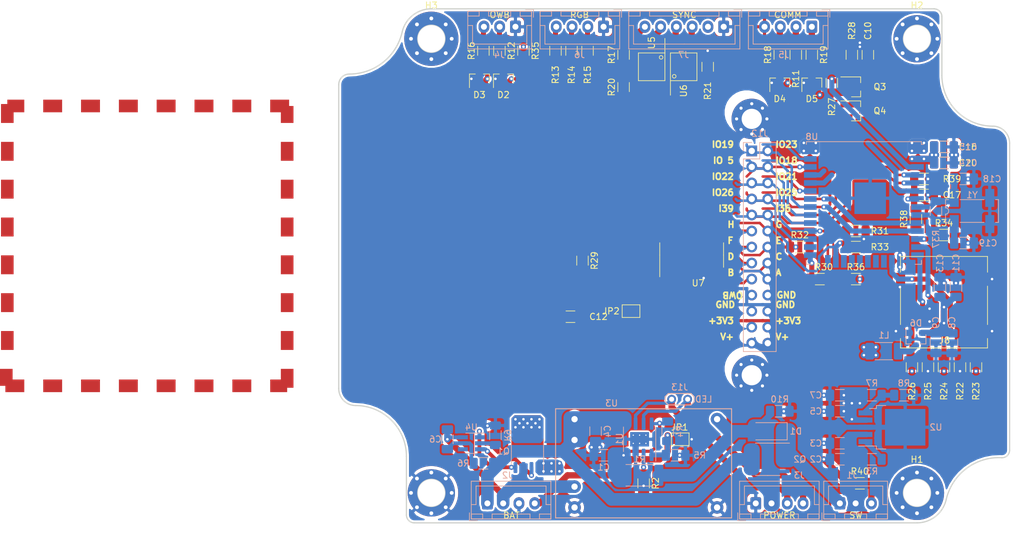
<source format=kicad_pcb>
(kicad_pcb (version 20171130) (host pcbnew 5.1.8)
  (layers (0 F.Cu signal) (1 In1.Cu power hide) (2 In2.Cu power hide) (31 B.Cu signal) (34 B.Paste user) (35 F.Paste user) (36 B.SilkS user) (37 F.SilkS user) (38 B.Mask user) (39 F.Mask user) (44 Edge.Cuts user))
  (net 0 "")
  (net 1 GND)
  (net 2 "Net-(C1-Pad1)")
  (net 3 +3V3)
  (net 4 /POWER/BAT+)
  (net 5 "Net-(C6-Pad1)")
  (net 6 "Net-(C11-Pad1)")
  (net 7 "Net-(C10-Pad1)")
  (net 8 "Net-(C17-Pad1)")
  (net 9 "Net-(C18-Pad2)")
  (net 10 "Net-(C19-Pad1)")
  (net 11 /POWER/SW)
  (net 12 /POWER/DC_IN)
  (net 13 /CONTROLLER/OWB_SENSE)
  (net 14 /CONTROLLER/DQ)
  (net 15 /CONTROLLER/RXD)
  (net 16 /CONTROLLER/RTS)
  (net 17 "Net-(D6-Pad3)")
  (net 18 /POWER/TEMP)
  (net 19 /POWER/BAT-)
  (net 20 /POWER/~LED_CHRG)
  (net 21 /POWER/~LED_STBY)
  (net 22 "Net-(J4-Pad3)")
  (net 23 "Net-(J4-Pad2)")
  (net 24 "Net-(J5-Pad2)")
  (net 25 "Net-(J5-Pad3)")
  (net 26 "Net-(J6-Pad2)")
  (net 27 "Net-(J6-Pad3)")
  (net 28 "Net-(J6-Pad4)")
  (net 29 "Net-(J7-Pad3)")
  (net 30 "Net-(J7-Pad4)")
  (net 31 "Net-(J7-Pad5)")
  (net 32 "Net-(J7-Pad6)")
  (net 33 /CONTROLLER/HCLK)
  (net 34 /CONTROLLER/HMISO)
  (net 35 "Net-(J8-Pad8)")
  (net 36 "Net-(J8-Pad1)")
  (net 37 "Net-(J8-Pad2)")
  (net 38 /CONTROLLER/HMOSI)
  (net 39 /CONTROLLER/I_39|ADC1_3)
  (net 40 /CONTROLLER/I_36|ADC1_0)
  (net 41 /CONTROLLER/IO_5|V~CS)
  (net 42 /CONTROLLER/IO_23|VMOSI)
  (net 43 /CONTROLLER/IO_19|VMISO)
  (net 44 /CONTROLLER/IO_18|VCLK)
  (net 45 /CONTROLLER/IO_21|SDA)
  (net 46 /CONTROLLER/IO_22|SCL)
  (net 47 /CONTROLLER/IO_25|DAC1)
  (net 48 /CONTROLLER/IO_26|DAC2)
  (net 49 /CONTROLLER/H)
  (net 50 /CONTROLLER/G)
  (net 51 /CONTROLLER/F)
  (net 52 /CONTROLLER/E)
  (net 53 /CONTROLLER/D)
  (net 54 /CONTROLLER/C)
  (net 55 /CONTROLLER/B)
  (net 56 /CONTROLLER/A)
  (net 57 /CONTROLLER/BLUE)
  (net 58 "Net-(JP2-Pad1)")
  (net 59 "Net-(Q1-Pad2)")
  (net 60 "Net-(Q1-Pad4)")
  (net 61 "Net-(Q1-Pad5)")
  (net 62 /CONTROLLER/DTR)
  (net 63 "Net-(R2-Pad1)")
  (net 64 "Net-(R3-Pad1)")
  (net 65 "Net-(R7-Pad2)")
  (net 66 "Net-(R9-Pad1)")
  (net 67 /CONTROLLER/TXD)
  (net 68 /CONTROLLER/GREEN)
  (net 69 /CONTROLLER/RED)
  (net 70 "Net-(R17-Pad1)")
  (net 71 "Net-(R20-Pad2)")
  (net 72 /CONTROLLER/PING)
  (net 73 "Net-(R21-Pad2)")
  (net 74 "Net-(R29-Pad1)")
  (net 75 "Net-(R30-Pad1)")
  (net 76 /CONTROLLER/CLK)
  (net 77 VDD)
  (net 78 "Net-(J1-Pad3)")
  (net 79 "Net-(J5-Pad1)")
  (net 80 "Net-(H5-Pad1)")
  (net 81 "Net-(H6-Pad1)")
  (net 82 "Net-(J9-Pad1)")
  (module optocoupler:EL357N (layer F.Cu) (at 171.448399 61.201429 90)
    (fp_text reference U6 (at -3.81 0 270) (layer F.SilkS))
    (fp_text value EL357NC)
    (pad 3 smd roundrect (at 3.175 1.27 90) (size 1.5 0.6) (layers F.Cu F.Paste F.Mask) (net 29 "Net-(J7-Pad3)"))
    (pad 4 smd roundrect (at 3.175 -1.27 90) (size 1.5 0.6) (layers F.Cu F.Paste F.Mask) (net 30 "Net-(J7-Pad4)"))
    (pad 2 smd roundrect (at -3.175 1.27 90) (size 1.5 0.6) (layers F.Cu F.Paste F.Mask) (net 73 "Net-(R21-Pad2)"))
    (pad 1 smd rect (at -3.175 -1.27 90) (size 1.5 0.6) (layers F.Cu F.Paste F.Mask) (net 72 /CONTROLLER/PING))
  )
  (module Connector_PinSocket_2.54mm:PinSocket_2x13_P2.54mm_Vertical (layer B.Cu) (at 182.243399 74.536429 180)
    (fp_text reference J12 (at -1.27 2.77) (layer B.SilkS) (effects (justify mirror)))
    (fp_text value Conn_02x13_Odd_Even)
    (pad 26 thru_hole oval (at -2.54 -30.48 180) (size 1.7 1.7) (drill 1) (layers *.Cu *.Mask) (net 77 VDD))
    (pad 25 thru_hole oval (at 0 -30.48 180) (size 1.7 1.7) (drill 1) (layers *.Cu *.Mask) (net 77 VDD))
    (pad 24 thru_hole oval (at -2.54 -27.94 180) (size 1.7 1.7) (drill 1) (layers *.Cu *.Mask) (net 3 +3V3))
    (pad 23 thru_hole oval (at 0 -27.94 180) (size 1.7 1.7) (drill 1) (layers *.Cu *.Mask) (net 3 +3V3))
    (pad 22 thru_hole oval (at -2.54 -25.4 180) (size 1.7 1.7) (drill 1) (layers *.Cu *.Mask) (net 1 GND))
    (pad 21 thru_hole oval (at 0 -25.4 180) (size 1.7 1.7) (drill 1) (layers *.Cu *.Mask) (net 1 GND))
    (pad 20 thru_hole oval (at -2.54 -22.86 180) (size 1.7 1.7) (drill 1) (layers *.Cu *.Mask) (net 1 GND))
    (pad 19 thru_hole oval (at 0 -22.86 180) (size 1.7 1.7) (drill 1) (layers *.Cu *.Mask) (net 14 /CONTROLLER/DQ))
    (pad 18 thru_hole oval (at -2.54 -20.32 180) (size 1.7 1.7) (drill 1) (layers *.Cu *.Mask) (net 49 /CONTROLLER/H))
    (pad 17 thru_hole oval (at 0 -20.32 180) (size 1.7 1.7) (drill 1) (layers *.Cu *.Mask) (net 50 /CONTROLLER/G))
    (pad 16 thru_hole oval (at -2.54 -17.78 180) (size 1.7 1.7) (drill 1) (layers *.Cu *.Mask) (net 51 /CONTROLLER/F))
    (pad 15 thru_hole oval (at 0 -17.78 180) (size 1.7 1.7) (drill 1) (layers *.Cu *.Mask) (net 52 /CONTROLLER/E))
    (pad 14 thru_hole oval (at -2.54 -15.24 180) (size 1.7 1.7) (drill 1) (layers *.Cu *.Mask) (net 53 /CONTROLLER/D))
    (pad 13 thru_hole oval (at 0 -15.24 180) (size 1.7 1.7) (drill 1) (layers *.Cu *.Mask) (net 54 /CONTROLLER/C))
    (pad 12 thru_hole oval (at -2.54 -12.7 180) (size 1.7 1.7) (drill 1) (layers *.Cu *.Mask) (net 55 /CONTROLLER/B))
    (pad 11 thru_hole oval (at 0 -12.7 180) (size 1.7 1.7) (drill 1) (layers *.Cu *.Mask) (net 56 /CONTROLLER/A))
    (pad 10 thru_hole oval (at -2.54 -10.16 180) (size 1.7 1.7) (drill 1) (layers *.Cu *.Mask) (net 40 /CONTROLLER/I_36|ADC1_0))
    (pad 9 thru_hole oval (at 0 -10.16 180) (size 1.7 1.7) (drill 1) (layers *.Cu *.Mask) (net 39 /CONTROLLER/I_39|ADC1_3))
    (pad 8 thru_hole oval (at -2.54 -7.62 180) (size 1.7 1.7) (drill 1) (layers *.Cu *.Mask) (net 47 /CONTROLLER/IO_25|DAC1))
    (pad 7 thru_hole oval (at 0 -7.62 180) (size 1.7 1.7) (drill 1) (layers *.Cu *.Mask) (net 48 /CONTROLLER/IO_26|DAC2))
    (pad 6 thru_hole oval (at -2.54 -5.08 180) (size 1.7 1.7) (drill 1) (layers *.Cu *.Mask) (net 45 /CONTROLLER/IO_21|SDA))
    (pad 5 thru_hole oval (at 0 -5.08 180) (size 1.7 1.7) (drill 1) (layers *.Cu *.Mask) (net 46 /CONTROLLER/IO_22|SCL))
    (pad 4 thru_hole oval (at -2.54 -2.54 180) (size 1.7 1.7) (drill 1) (layers *.Cu *.Mask) (net 44 /CONTROLLER/IO_18|VCLK))
    (pad 3 thru_hole oval (at 0 -2.54 180) (size 1.7 1.7) (drill 1) (layers *.Cu *.Mask) (net 41 /CONTROLLER/IO_5|V~CS))
    (pad 2 thru_hole oval (at -2.54 0 180) (size 1.7 1.7) (drill 1) (layers *.Cu *.Mask) (net 42 /CONTROLLER/IO_23|VMOSI))
    (pad 1 thru_hole rect (at 0 0 180) (size 1.7 1.7) (drill 1) (layers *.Cu *.Mask) (net 43 /CONTROLLER/IO_19|VMISO))
  )
  (module shields_rf:Shield_TE2118726-2 (layer F.Cu) (at 86.398399 89.596429)
    (fp_text reference J9 hide)
    (fp_text value RFShield_TwoPieces)
    (pad 1 smd rect (at 14.995 -22.185 270) (size 2 3) (layers F.Cu F.Paste F.Mask) (net 82 "Net-(J9-Pad1)"))
    (pad 1 smd rect (at -2.995 -22.185 270) (size 2 3) (layers F.Cu F.Paste F.Mask) (net 82 "Net-(J9-Pad1)"))
    (pad 1 smd rect (at -14.995 -22.185 270) (size 2 3) (layers F.Cu F.Paste F.Mask) (net 82 "Net-(J9-Pad1)"))
    (pad 1 smd rect (at 2.995 -22.185 270) (size 2 3) (layers F.Cu F.Paste F.Mask) (net 82 "Net-(J9-Pad1)"))
    (pad 1 smd rect (at -8.995 -22.185 270) (size 2 3) (layers F.Cu F.Paste F.Mask) (net 82 "Net-(J9-Pad1)"))
    (pad 1 smd rect (at -20.84 -22.185 270) (size 2 2.69) (layers F.Cu F.Paste F.Mask) (net 82 "Net-(J9-Pad1)"))
    (pad 1 smd rect (at 8.995 -22.185 270) (size 2 3) (layers F.Cu F.Paste F.Mask) (net 82 "Net-(J9-Pad1)"))
    (pad 1 smd rect (at 20.995 -22.185 270) (size 2 3) (layers F.Cu F.Paste F.Mask) (net 82 "Net-(J9-Pad1)"))
    (pad 1 smd rect (at 22.185 -14.995 180) (size 2 3) (layers F.Cu F.Paste F.Mask) (net 82 "Net-(J9-Pad1)"))
    (pad 1 smd rect (at 22.185 2.995 180) (size 2 3) (layers F.Cu F.Paste F.Mask) (net 82 "Net-(J9-Pad1)"))
    (pad 1 smd rect (at 22.185 -20.84 180) (size 2 2.69) (layers F.Cu F.Paste F.Mask) (net 82 "Net-(J9-Pad1)"))
    (pad 1 smd rect (at 22.185 8.995 180) (size 2 3) (layers F.Cu F.Paste F.Mask) (net 82 "Net-(J9-Pad1)"))
    (pad 1 smd rect (at 22.185 -8.995 180) (size 2 3) (layers F.Cu F.Paste F.Mask) (net 82 "Net-(J9-Pad1)"))
    (pad 1 smd rect (at 22.185 20.995 180) (size 2 3) (layers F.Cu F.Paste F.Mask) (net 82 "Net-(J9-Pad1)"))
    (pad 1 smd rect (at 22.185 14.995 180) (size 2 3) (layers F.Cu F.Paste F.Mask) (net 82 "Net-(J9-Pad1)"))
    (pad 1 smd rect (at 22.185 -2.995 180) (size 2 3) (layers F.Cu F.Paste F.Mask) (net 82 "Net-(J9-Pad1)"))
    (pad 1 smd rect (at -20.995 22.185 90) (size 2 3) (layers F.Cu F.Paste F.Mask) (net 82 "Net-(J9-Pad1)"))
    (pad 1 smd rect (at 20.84 22.185 90) (size 2 2.69) (layers F.Cu F.Paste F.Mask) (net 82 "Net-(J9-Pad1)"))
    (pad 1 smd rect (at -14.995 22.185 90) (size 2 3) (layers F.Cu F.Paste F.Mask) (net 82 "Net-(J9-Pad1)"))
    (pad 1 smd rect (at -2.995 22.185 90) (size 2 3) (layers F.Cu F.Paste F.Mask) (net 82 "Net-(J9-Pad1)"))
    (pad 1 smd rect (at 14.995 22.185 90) (size 2 3) (layers F.Cu F.Paste F.Mask) (net 82 "Net-(J9-Pad1)"))
    (pad 1 smd rect (at 8.995 22.185 90) (size 2 3) (layers F.Cu F.Paste F.Mask) (net 82 "Net-(J9-Pad1)"))
    (pad 1 smd rect (at 2.995 22.185 90) (size 2 3) (layers F.Cu F.Paste F.Mask) (net 82 "Net-(J9-Pad1)"))
    (pad 1 smd rect (at -8.995 22.185 90) (size 2 3) (layers F.Cu F.Paste F.Mask) (net 82 "Net-(J9-Pad1)"))
    (pad 1 smd rect (at -22.185 -20.995) (size 2 3) (layers F.Cu F.Paste F.Mask) (net 82 "Net-(J9-Pad1)"))
    (pad 1 smd rect (at -22.185 -14.995) (size 2 3) (layers F.Cu F.Paste F.Mask) (net 82 "Net-(J9-Pad1)"))
    (pad 1 smd rect (at -22.185 -2.995) (size 2 3) (layers F.Cu F.Paste F.Mask) (net 82 "Net-(J9-Pad1)"))
    (pad 1 smd rect (at -22.185 -8.995) (size 2 3) (layers F.Cu F.Paste F.Mask) (net 82 "Net-(J9-Pad1)"))
    (pad 1 smd rect (at -22.185 2.995) (size 2 3) (layers F.Cu F.Paste F.Mask) (net 82 "Net-(J9-Pad1)"))
    (pad 1 smd rect (at -22.185 8.995) (size 2 3) (layers F.Cu F.Paste F.Mask) (net 82 "Net-(J9-Pad1)"))
    (pad 1 smd rect (at -22.185 14.995) (size 2 3) (layers F.Cu F.Paste F.Mask) (net 82 "Net-(J9-Pad1)"))
    (pad 1 smd rect (at -22.345 20.84) (size 2 2.69) (layers F.Cu F.Paste F.Mask) (net 82 "Net-(J9-Pad1)"))
  )
  (module MountingHole:MountingHole_4.3mm_M4_Pad_Via (layer F.Cu) (at 208.443399 56.756429)
    (fp_text reference H2 (at 0 -5.3) (layer F.SilkS))
    (fp_text value MountingHole)
    (pad 1 thru_hole circle (at 0 0) (size 7.5 7.5) (drill 4.3) (layers *.Cu *.Mask))
    (pad 1 thru_hole circle (at 3.225 0) (size 0.9 0.9) (drill 0.6) (layers *.Cu *.Mask))
    (pad 1 thru_hole circle (at 2.280419 2.280419) (size 0.9 0.9) (drill 0.6) (layers *.Cu *.Mask))
    (pad 1 thru_hole circle (at 0 3.225) (size 0.9 0.9) (drill 0.6) (layers *.Cu *.Mask))
    (pad 1 thru_hole circle (at -2.280419 2.280419) (size 0.9 0.9) (drill 0.6) (layers *.Cu *.Mask))
    (pad 1 thru_hole circle (at -3.225 0) (size 0.9 0.9) (drill 0.6) (layers *.Cu *.Mask))
    (pad 1 thru_hole circle (at -2.280419 -2.280419) (size 0.9 0.9) (drill 0.6) (layers *.Cu *.Mask))
    (pad 1 thru_hole circle (at 0 -3.225) (size 0.9 0.9) (drill 0.6) (layers *.Cu *.Mask))
    (pad 1 thru_hole circle (at 2.280419 -2.280419) (size 0.9 0.9) (drill 0.6) (layers *.Cu *.Mask))
  )
  (module MountingHole:MountingHole_4.3mm_M4_Pad_Via (layer F.Cu) (at 131.443399 128.756429)
    (fp_text reference H4 hide)
    (fp_text value MountingHole_Pad)
    (pad 1 thru_hole circle (at 0 0) (size 7.5 7.5) (drill 4.3) (layers *.Cu *.Mask) (net 1 GND))
    (pad 1 thru_hole circle (at 3.225 0) (size 0.9 0.9) (drill 0.6) (layers *.Cu *.Mask) (net 1 GND))
    (pad 1 thru_hole circle (at 2.280419 2.280419) (size 0.9 0.9) (drill 0.6) (layers *.Cu *.Mask) (net 1 GND))
    (pad 1 thru_hole circle (at 0 3.225) (size 0.9 0.9) (drill 0.6) (layers *.Cu *.Mask) (net 1 GND))
    (pad 1 thru_hole circle (at -2.280419 2.280419) (size 0.9 0.9) (drill 0.6) (layers *.Cu *.Mask) (net 1 GND))
    (pad 1 thru_hole circle (at -3.225 0) (size 0.9 0.9) (drill 0.6) (layers *.Cu *.Mask) (net 1 GND))
    (pad 1 thru_hole circle (at -2.280419 -2.280419) (size 0.9 0.9) (drill 0.6) (layers *.Cu *.Mask) (net 1 GND))
    (pad 1 thru_hole circle (at 0 -3.225) (size 0.9 0.9) (drill 0.6) (layers *.Cu *.Mask) (net 1 GND))
    (pad 1 thru_hole circle (at 2.280419 -2.280419) (size 0.9 0.9) (drill 0.6) (layers *.Cu *.Mask) (net 1 GND))
  )
  (module MountingHole:MountingHole_3.2mm_M3_Pad_Via (layer F.Cu) (at 182.243399 69.456429)
    (fp_text reference H6 hide)
    (fp_text value MountingHole_Pad)
    (pad 1 thru_hole circle (at 1.697056 -1.697056) (size 0.8 0.8) (drill 0.5) (layers *.Cu *.Mask) (net 81 "Net-(H6-Pad1)"))
    (pad 1 thru_hole circle (at 0 -2.4) (size 0.8 0.8) (drill 0.5) (layers *.Cu *.Mask) (net 81 "Net-(H6-Pad1)"))
    (pad 1 thru_hole circle (at -1.697056 -1.697056) (size 0.8 0.8) (drill 0.5) (layers *.Cu *.Mask) (net 81 "Net-(H6-Pad1)"))
    (pad 1 thru_hole circle (at -2.4 0) (size 0.8 0.8) (drill 0.5) (layers *.Cu *.Mask) (net 81 "Net-(H6-Pad1)"))
    (pad 1 thru_hole circle (at -1.697056 1.697056) (size 0.8 0.8) (drill 0.5) (layers *.Cu *.Mask) (net 81 "Net-(H6-Pad1)"))
    (pad 1 thru_hole circle (at 0 2.4) (size 0.8 0.8) (drill 0.5) (layers *.Cu *.Mask) (net 81 "Net-(H6-Pad1)"))
    (pad 1 thru_hole circle (at 1.697056 1.697056) (size 0.8 0.8) (drill 0.5) (layers *.Cu *.Mask) (net 81 "Net-(H6-Pad1)"))
    (pad 1 thru_hole circle (at 2.4 0) (size 0.8 0.8) (drill 0.5) (layers *.Cu *.Mask) (net 81 "Net-(H6-Pad1)"))
    (pad 1 thru_hole circle (at 0 0) (size 6.4 6.4) (drill 3.2) (layers *.Cu *.Mask) (net 81 "Net-(H6-Pad1)"))
  )
  (module MountingHole:MountingHole_3.2mm_M3_Pad_Via (layer F.Cu) (at 182.243399 110.096429)
    (fp_text reference H5 hide)
    (fp_text value MountingHole_Pad)
    (pad 1 thru_hole circle (at 1.697056 -1.697056) (size 0.8 0.8) (drill 0.5) (layers *.Cu *.Mask) (net 80 "Net-(H5-Pad1)"))
    (pad 1 thru_hole circle (at 0 -2.4) (size 0.8 0.8) (drill 0.5) (layers *.Cu *.Mask) (net 80 "Net-(H5-Pad1)"))
    (pad 1 thru_hole circle (at -1.697056 -1.697056) (size 0.8 0.8) (drill 0.5) (layers *.Cu *.Mask) (net 80 "Net-(H5-Pad1)"))
    (pad 1 thru_hole circle (at -2.4 0) (size 0.8 0.8) (drill 0.5) (layers *.Cu *.Mask) (net 80 "Net-(H5-Pad1)"))
    (pad 1 thru_hole circle (at -1.697056 1.697056) (size 0.8 0.8) (drill 0.5) (layers *.Cu *.Mask) (net 80 "Net-(H5-Pad1)"))
    (pad 1 thru_hole circle (at 0 2.4) (size 0.8 0.8) (drill 0.5) (layers *.Cu *.Mask) (net 80 "Net-(H5-Pad1)"))
    (pad 1 thru_hole circle (at 1.697056 1.697056) (size 0.8 0.8) (drill 0.5) (layers *.Cu *.Mask) (net 80 "Net-(H5-Pad1)"))
    (pad 1 thru_hole circle (at 2.4 0) (size 0.8 0.8) (drill 0.5) (layers *.Cu *.Mask) (net 80 "Net-(H5-Pad1)"))
    (pad 1 thru_hole circle (at 0 0) (size 6.4 6.4) (drill 3.2) (layers *.Cu *.Mask) (net 80 "Net-(H5-Pad1)"))
  )
  (module Capacitor_SMD:C_1206_3216Metric_Pad1.33x1.80mm_HandSolder (layer F.Cu) (at 212.723399 76.441429)
    (fp_text reference C20 (at 3.81 0) (layer F.SilkS))
    (fp_text value 220u)
    (pad 2 smd roundrect (at 1.5625 0) (size 1.325 1.8) (layers F.Cu F.Paste F.Mask) (roundrect_rratio 0.188679) (net 1 GND))
    (pad 1 smd roundrect (at -1.5625 0) (size 1.325 1.8) (layers F.Cu F.Paste F.Mask) (roundrect_rratio 0.188679) (net 3 +3V3))
  )
  (module Capacitor_SMD:C_1206_3216Metric_Pad1.33x1.80mm_HandSolder (layer F.Cu) (at 212.723399 73.901429)
    (fp_text reference C16 (at 3.81 0) (layer F.SilkS))
    (fp_text value 220u)
    (pad 2 smd roundrect (at 1.5625 0) (size 1.325 1.8) (layers F.Cu F.Paste F.Mask) (roundrect_rratio 0.188679) (net 1 GND))
    (pad 1 smd roundrect (at -1.5625 0) (size 1.325 1.8) (layers F.Cu F.Paste F.Mask) (roundrect_rratio 0.188679) (net 3 +3V3))
  )
  (module Capacitor_SMD:C_1206_3216Metric_Pad1.33x1.80mm_HandSolder (layer B.Cu) (at 212.088399 96.126429 90)
    (fp_text reference C13 (at 3.81 0 270) (layer B.SilkS) (effects (justify mirror)))
    (fp_text value 220u)
    (pad 2 smd roundrect (at 1.5625 0 90) (size 1.325 1.8) (layers B.Cu B.Paste B.Mask) (roundrect_rratio 0.188679) (net 1 GND))
    (pad 1 smd roundrect (at -1.5625 0 90) (size 1.325 1.8) (layers B.Cu B.Paste B.Mask) (roundrect_rratio 0.188679) (net 6 "Net-(C11-Pad1)"))
  )
  (module Package_TO_SOT_SMD:SOT-23 (layer B.Cu) (at 208.278399 104.381429 270)
    (fp_text reference D6 (at -2.54 0 180) (layer B.SilkS) (effects (justify mirror)))
    (fp_text value BAT54S)
    (pad 1 smd rect (at -1 0.95 270) (size 0.9 0.8) (layers B.Cu B.Paste B.Mask) (net 1 GND))
    (pad 2 smd rect (at -1 -0.95 270) (size 0.9 0.8) (layers B.Cu B.Paste B.Mask) (net 6 "Net-(C11-Pad1)"))
    (pad 3 smd rect (at 1 0 270) (size 0.9 0.8) (layers B.Cu B.Paste B.Mask) (net 17 "Net-(D6-Pad3)"))
  )
  (module Inductor_SMD:L_2010_5025Metric (layer B.Cu) (at 203.198399 106.286429 180)
    (fp_text reference L1 (at 0 2.53) (layer B.SilkS) (effects (justify mirror)))
    (fp_text value 47n)
    (pad 1 smd roundrect (at -2.25 0 180) (size 1.35 2.65) (layers B.Cu B.Paste B.Mask) (roundrect_rratio 0.185185) (net 17 "Net-(D6-Pad3)"))
    (pad 2 smd roundrect (at 2.25 0 180) (size 1.35 2.65) (layers B.Cu B.Paste B.Mask) (roundrect_rratio 0.185185) (net 3 +3V3))
  )
  (module Capacitor_SMD:C_1206_3216Metric_Pad1.33x1.80mm_HandSolder (layer B.Cu) (at 214.628399 96.126429 90)
    (fp_text reference C11 (at 3.81 0 270) (layer B.SilkS) (effects (justify mirror)))
    (fp_text value 220u)
    (pad 1 smd roundrect (at -1.5625 0 90) (size 1.325 1.8) (layers B.Cu B.Paste B.Mask) (roundrect_rratio 0.188679) (net 6 "Net-(C11-Pad1)"))
    (pad 2 smd roundrect (at 1.5625 0 90) (size 1.325 1.8) (layers B.Cu B.Paste B.Mask) (roundrect_rratio 0.188679) (net 1 GND))
  )
  (module Capacitor_SMD:C_1206_3216Metric_Pad1.33x1.80mm_HandSolder (layer B.Cu) (at 213.993399 105.016429 270)
    (fp_text reference C8 (at -3.26 0 270) (layer B.SilkS) (effects (justify mirror)))
    (fp_text value 100n)
    (pad 1 smd roundrect (at -1.5625 0 270) (size 1.325 1.8) (layers B.Cu B.Paste B.Mask) (roundrect_rratio 0.188679) (net 6 "Net-(C11-Pad1)"))
    (pad 2 smd roundrect (at 1.5625 0 270) (size 1.325 1.8) (layers B.Cu B.Paste B.Mask) (roundrect_rratio 0.188679) (net 1 GND))
  )
  (module Capacitor_SMD:C_1206_3216Metric_Pad1.33x1.80mm_HandSolder (layer B.Cu) (at 211.453399 105.016429 270)
    (fp_text reference C9 (at -3.26 0 270) (layer B.SilkS) (effects (justify mirror)))
    (fp_text value 100u)
    (pad 1 smd roundrect (at -1.5625 0 270) (size 1.325 1.8) (layers B.Cu B.Paste B.Mask) (roundrect_rratio 0.188679) (net 6 "Net-(C11-Pad1)"))
    (pad 2 smd roundrect (at 1.5625 0 270) (size 1.325 1.8) (layers B.Cu B.Paste B.Mask) (roundrect_rratio 0.188679) (net 1 GND))
  )
  (module Resistor_SMD:R_1206_3216Metric_Pad1.30x1.75mm_HandSolder (layer F.Cu) (at 215.265 108.826429 90)
    (fp_text reference R22 (at -3.81 0 90) (layer F.SilkS))
    (fp_text value 22k)
    (pad 1 smd roundrect (at -1.55 0 90) (size 1.3 1.75) (layers F.Cu F.Paste F.Mask) (roundrect_rratio 0.192308) (net 1 GND))
    (pad 2 smd roundrect (at 1.55 0 90) (size 1.3 1.75) (layers F.Cu F.Paste F.Mask) (roundrect_rratio 0.192308) (net 37 "Net-(J8-Pad2)"))
  )
  (module Resistor_SMD:R_1206_3216Metric_Pad1.30x1.75mm_HandSolder (layer F.Cu) (at 217.803399 108.826429 90)
    (fp_text reference R23 (at -3.81 0 90) (layer F.SilkS))
    (fp_text value 22k)
    (pad 2 smd roundrect (at 1.55 0 90) (size 1.3 1.75) (layers F.Cu F.Paste F.Mask) (roundrect_rratio 0.192308) (net 36 "Net-(J8-Pad1)"))
    (pad 1 smd roundrect (at -1.55 0 90) (size 1.3 1.75) (layers F.Cu F.Paste F.Mask) (roundrect_rratio 0.192308) (net 3 +3V3))
  )
  (module Resistor_SMD:R_1206_3216Metric_Pad1.30x1.75mm_HandSolder (layer F.Cu) (at 207.645 108.826429 90)
    (fp_text reference R26 (at -3.81 0 90) (layer F.SilkS))
    (fp_text value 22k)
    (pad 1 smd roundrect (at -1.55 0 90) (size 1.3 1.75) (layers F.Cu F.Paste F.Mask) (roundrect_rratio 0.192308) (net 3 +3V3))
    (pad 2 smd roundrect (at 1.55 0 90) (size 1.3 1.75) (layers F.Cu F.Paste F.Mask) (roundrect_rratio 0.192308) (net 35 "Net-(J8-Pad8)"))
  )
  (module Resistor_SMD:R_1206_3216Metric_Pad1.30x1.75mm_HandSolder (layer F.Cu) (at 210.185 108.826429 90)
    (fp_text reference R25 (at -3.81 0 90) (layer F.SilkS))
    (fp_text value 22k)
    (pad 1 smd roundrect (at -1.55 0 90) (size 1.3 1.75) (layers F.Cu F.Paste F.Mask) (roundrect_rratio 0.192308) (net 1 GND))
    (pad 2 smd roundrect (at 1.55 0 90) (size 1.3 1.75) (layers F.Cu F.Paste F.Mask) (roundrect_rratio 0.192308) (net 33 /CONTROLLER/HCLK))
  )
  (module Resistor_SMD:R_1206_3216Metric_Pad1.30x1.75mm_HandSolder (layer F.Cu) (at 212.725 108.826429 90)
    (fp_text reference R24 (at -3.81 0 90) (layer F.SilkS))
    (fp_text value 22k)
    (pad 2 smd roundrect (at 1.55 0 90) (size 1.3 1.75) (layers F.Cu F.Paste F.Mask) (roundrect_rratio 0.192308) (net 38 /CONTROLLER/HMOSI))
    (pad 1 smd roundrect (at -1.55 0 90) (size 1.3 1.75) (layers F.Cu F.Paste F.Mask) (roundrect_rratio 0.192308) (net 3 +3V3))
  )
  (module sockets:uSD_Molex_0472192001 (layer F.Cu) (at 212.725 100.571429)
    (fp_text reference J8 (at 0.1 4 180) (layer F.SilkS))
    (fp_text value Micro_SD_Card)
    (pad 3 smd rect (at 1.005 0) (size 0.8 1.5) (layers F.Cu F.Paste F.Mask) (net 38 /CONTROLLER/HMOSI))
    (pad 2 smd rect (at 2.105 0) (size 0.8 1.5) (layers F.Cu F.Paste F.Mask) (net 37 "Net-(J8-Pad2)"))
    (pad 1 smd rect (at 3.205 0) (size 0.8 1.5) (layers F.Cu F.Paste F.Mask) (net 36 "Net-(J8-Pad1)"))
    (pad 8 smd rect (at -4.495 0) (size 0.8 1.5) (layers F.Cu F.Paste F.Mask) (net 35 "Net-(J8-Pad8)"))
    (pad 7 smd rect (at -3.395 0) (size 0.8 1.5) (layers F.Cu F.Paste F.Mask) (net 34 /CONTROLLER/HMISO))
    (pad 6 smd rect (at -2.295 0) (size 0.8 1.5) (layers F.Cu F.Paste F.Mask) (net 1 GND))
    (pad 5 smd rect (at -1.195 0) (size 0.8 1.5) (layers F.Cu F.Paste F.Mask) (net 33 /CONTROLLER/HCLK))
    (pad 4 smd rect (at -0.095 0) (size 0.8 1.5) (layers F.Cu F.Paste F.Mask) (net 6 "Net-(C11-Pad1)"))
    (pad 9 smd rect (at 6.875 -5.7) (size 1.45 2) (layers F.Cu F.Paste F.Mask) (net 1 GND))
    (pad 9 smd rect (at -6.875 -5.7) (size 1.45 2) (layers F.Cu F.Paste F.Mask) (net 1 GND))
    (pad 9 smd rect (at 6.875 2.6) (size 1.45 2) (layers F.Cu F.Paste F.Mask) (net 1 GND))
    (pad 9 smd rect (at -6.875 2.6) (size 1.45 2) (layers F.Cu F.Paste F.Mask) (net 1 GND))
  )
  (module Crystal:Crystal_SMD_SeikoEpson_MC306-4Pin_8.0x3.2mm_HandSoldering (layer B.Cu) (at 217.168399 84.061429)
    (fp_text reference Y1 (at 0 -2.54) (layer B.SilkS) (effects (justify mirror)))
    (fp_text value "32.768 kHz")
    (pad 4 smd rect (at -2.815 2.075) (size 1.43 2.85) (layers B.Cu B.Paste B.Mask) (net 10 "Net-(C19-Pad1)"))
    (pad 3 smd rect (at 2.815 2.075) (size 1.43 2.85) (layers B.Cu B.Paste B.Mask) (net 1 GND))
    (pad 2 smd rect (at 2.815 -2.075) (size 1.43 2.85) (layers B.Cu B.Paste B.Mask) (net 1 GND))
    (pad 1 smd rect (at -2.815 -2.075) (size 1.43 2.85) (layers B.Cu B.Paste B.Mask) (net 9 "Net-(C18-Pad2)"))
  )
  (module optocoupler:EL357N (layer F.Cu) (at 166.37 61.201429 270)
    (fp_text reference U5 (at -3.81 0 270) (layer F.SilkS))
    (fp_text value EL357NC)
    (pad 3 smd roundrect (at 3.175 1.27 270) (size 1.5 0.6) (layers F.Cu F.Paste F.Mask) (net 71 "Net-(R20-Pad2)"))
    (pad 4 smd roundrect (at 3.175 -1.27 270) (size 1.5 0.6) (layers F.Cu F.Paste F.Mask) (net 3 +3V3))
    (pad 2 smd roundrect (at -3.175 1.27 270) (size 1.5 0.6) (layers F.Cu F.Paste F.Mask) (net 31 "Net-(J7-Pad5)"))
    (pad 1 smd rect (at -3.175 -1.27 270) (size 1.5 0.6) (layers F.Cu F.Paste F.Mask) (net 70 "Net-(R17-Pad1)"))
  )
  (module TestPoint:TestPoint_2Pads_Pitch2.54mm_Drill0.8mm (layer B.Cu) (at 172.085 113.906429 180)
    (fp_text reference J13 (at 1.27 1.905) (layer B.SilkS) (effects (justify mirror)))
    (fp_text value LED (at -2.54 0) (layer B.SilkS) (effects (justify mirror)))
    (pad 2 thru_hole circle (at 2.54 0 180) (size 1.4 1.4) (drill 0.8) (layers *.Cu *.Mask) (net 21 /POWER/~LED_STBY))
    (pad 1 thru_hole circle (at 0 0 180) (size 1.4 1.4) (drill 0.8) (layers *.Cu *.Mask) (net 20 /POWER/~LED_CHRG))
  )
  (module Package_SO:SO-16_3.9x9.9mm_P1.27mm (layer F.Cu) (at 172.718399 91.046429 90)
    (fp_text reference U7 (at -4.445 1.028571 180) (layer F.SilkS))
    (fp_text value 74165)
    (pad 16 smd roundrect (at 2.575 -4.445 90) (size 1.75 0.6) (layers F.Cu F.Paste F.Mask) (net 3 +3V3))
    (pad 15 smd roundrect (at 2.575 -3.175 90) (size 1.75 0.6) (layers F.Cu F.Paste F.Mask) (net 1 GND))
    (pad 14 smd roundrect (at 2.575 -1.905 90) (size 1.75 0.6) (layers F.Cu F.Paste F.Mask) (net 53 /CONTROLLER/D))
    (pad 13 smd roundrect (at 2.575 -0.635 90) (size 1.75 0.6) (layers F.Cu F.Paste F.Mask) (net 54 /CONTROLLER/C))
    (pad 12 smd roundrect (at 2.575 0.635 90) (size 1.75 0.6) (layers F.Cu F.Paste F.Mask) (net 55 /CONTROLLER/B))
    (pad 11 smd roundrect (at 2.575 1.905 90) (size 1.75 0.6) (layers F.Cu F.Paste F.Mask) (net 56 /CONTROLLER/A))
    (pad 10 smd roundrect (at 2.575 3.175 90) (size 1.75 0.6) (layers F.Cu F.Paste F.Mask) (net 74 "Net-(R29-Pad1)"))
    (pad 9 smd roundrect (at 2.575 4.445 90) (size 1.75 0.6) (layers F.Cu F.Paste F.Mask) (net 74 "Net-(R29-Pad1)"))
    (pad 8 smd roundrect (at -2.575 4.445 90) (size 1.75 0.6) (layers F.Cu F.Paste F.Mask) (net 1 GND))
    (pad 7 smd roundrect (at -2.575 3.175 90) (size 1.75 0.6) (layers F.Cu F.Paste F.Mask))
    (pad 6 smd roundrect (at -2.575 1.905 90) (size 1.75 0.6) (layers F.Cu F.Paste F.Mask) (net 49 /CONTROLLER/H))
    (pad 5 smd roundrect (at -2.575 0.635 90) (size 1.75 0.6) (layers F.Cu F.Paste F.Mask) (net 50 /CONTROLLER/G))
    (pad 4 smd roundrect (at -2.575 -0.635 90) (size 1.75 0.6) (layers F.Cu F.Paste F.Mask) (net 51 /CONTROLLER/F))
    (pad 3 smd roundrect (at -2.575 -1.905 90) (size 1.75 0.6) (layers F.Cu F.Paste F.Mask) (net 52 /CONTROLLER/E))
    (pad 2 smd roundrect (at -2.575 -3.175 90) (size 1.75 0.6) (layers F.Cu F.Paste F.Mask) (net 76 /CONTROLLER/CLK))
    (pad 1 smd roundrect (at -2.575 -4.445 90) (size 1.75 0.6) (layers F.Cu F.Paste F.Mask) (net 62 /CONTROLLER/DTR))
  )
  (module Diode_SMD:D_SOD-128 (layer B.Cu) (at 184.783399 118.986429 180)
    (fp_text reference D1 (at -4.445 0 180) (layer B.SilkS) (effects (justify mirror)))
    (fp_text value PMEG3030EP,115)
    (pad 2 smd rect (at 2.2 0 180) (size 1.4 2.1) (layers B.Cu B.Paste B.Mask) (net 12 /POWER/DC_IN))
    (pad 1 smd rect (at -2.2 0 180) (size 1.4 2.1) (layers B.Cu B.Paste B.Mask) (net 11 /POWER/SW))
  )
  (module transistor:SO8_3.8x4.8_SSSGDDDD (layer B.Cu) (at 184.785 123.431429 180)
    (fp_text reference Q2 (at -5.08 0) (layer B.SilkS) (effects (justify mirror)))
    (fp_text value IRF7410TRPBF)
    (pad 3 smd roundrect (at -2.575 1.905 180) (size 1.75 0.6) (layers B.Cu B.Paste B.Mask) (net 11 /POWER/SW))
    (pad 3 smd roundrect (at -2.575 0.635 180) (size 1.75 0.6) (layers B.Cu B.Paste B.Mask) (net 11 /POWER/SW))
    (pad 3 smd roundrect (at -2.575 -0.635 180) (size 1.75 0.6) (layers B.Cu B.Paste B.Mask) (net 11 /POWER/SW))
    (pad 2 smd roundrect (at -2.575 -1.905 180) (size 1.75 0.6) (layers B.Cu B.Paste B.Mask) (net 12 /POWER/DC_IN))
    (pad 1 smd roundrect (at 2.575 -1.905 180) (size 1.75 0.6) (layers B.Cu B.Paste B.Mask) (net 4 /POWER/BAT+))
    (pad 1 smd roundrect (at 2.575 -0.635 180) (size 1.75 0.6) (layers B.Cu B.Paste B.Mask) (net 4 /POWER/BAT+))
    (pad 1 smd roundrect (at 2.575 0.635 180) (size 1.75 0.6) (layers B.Cu B.Paste B.Mask) (net 4 /POWER/BAT+))
    (pad 1 smd roundrect (at 2.575 1.905 180) (size 1.75 0.6) (layers B.Cu B.Paste B.Mask) (net 4 /POWER/BAT+))
  )
  (module Capacitor_SMD:C_1206_3216Metric_Pad1.33x1.80mm_HandSolder (layer B.Cu) (at 158.75 122.796429 180)
    (fp_text reference C1 (at 0 -1.905) (layer B.SilkS) (effects (justify mirror)))
    (fp_text value 10u)
    (pad 2 smd roundrect (at 1.5625 0 180) (size 1.325 1.8) (layers B.Cu B.Paste B.Mask) (roundrect_rratio 0.188679) (net 1 GND))
    (pad 1 smd roundrect (at -1.5625 0 180) (size 1.325 1.8) (layers B.Cu B.Paste B.Mask) (roundrect_rratio 0.188679) (net 2 "Net-(C1-Pad1)"))
  )
  (module Capacitor_SMD:C_1206_3216Metric_Pad1.33x1.80mm_HandSolder (layer B.Cu) (at 196.213399 123.431429 180)
    (fp_text reference C2 (at 3.81 0) (layer B.SilkS) (effects (justify mirror)))
    (fp_text value 100n)
    (pad 2 smd roundrect (at 1.5625 0 180) (size 1.325 1.8) (layers B.Cu B.Paste B.Mask) (roundrect_rratio 0.188679) (net 1 GND))
    (pad 1 smd roundrect (at -1.5625 0 180) (size 1.325 1.8) (layers B.Cu B.Paste B.Mask) (roundrect_rratio 0.188679) (net 77 VDD))
  )
  (module Capacitor_SMD:C_1206_3216Metric_Pad1.33x1.80mm_HandSolder (layer B.Cu) (at 196.213399 120.891429 180)
    (fp_text reference C3 (at 3.81 0) (layer B.SilkS) (effects (justify mirror)))
    (fp_text value 22u)
    (pad 2 smd roundrect (at 1.5625 0 180) (size 1.325 1.8) (layers B.Cu B.Paste B.Mask) (roundrect_rratio 0.188679) (net 1 GND))
    (pad 1 smd roundrect (at -1.5625 0 180) (size 1.325 1.8) (layers B.Cu B.Paste B.Mask) (roundrect_rratio 0.188679) (net 77 VDD))
  )
  (module Capacitor_SMD:C_1206_3216Metric_Pad1.33x1.80mm_HandSolder (layer B.Cu) (at 157.48 118.986429 270)
    (fp_text reference C4 (at 0 -1.903399 90) (layer B.SilkS) (effects (justify mirror)))
    (fp_text value 10u)
    (pad 1 smd roundrect (at -1.5625 0 270) (size 1.325 1.8) (layers B.Cu B.Paste B.Mask) (roundrect_rratio 0.188679) (net 4 /POWER/BAT+))
    (pad 2 smd roundrect (at 1.5625 0 270) (size 1.325 1.8) (layers B.Cu B.Paste B.Mask) (roundrect_rratio 0.188679) (net 1 GND))
  )
  (module Capacitor_SMD:C_1206_3216Metric_Pad1.33x1.80mm_HandSolder (layer B.Cu) (at 196.213399 115.811429 180)
    (fp_text reference C5 (at 3.81 0) (layer B.SilkS) (effects (justify mirror)))
    (fp_text value 22u)
    (pad 1 smd roundrect (at -1.5625 0 180) (size 1.325 1.8) (layers B.Cu B.Paste B.Mask) (roundrect_rratio 0.188679) (net 3 +3V3))
    (pad 2 smd roundrect (at 1.5625 0 180) (size 1.325 1.8) (layers B.Cu B.Paste B.Mask) (roundrect_rratio 0.188679) (net 1 GND))
  )
  (module Capacitor_SMD:C_1206_3216Metric_Pad1.33x1.80mm_HandSolder (layer B.Cu) (at 133.983399 120.256429 90)
    (fp_text reference C6 (at 0 -1.905) (layer B.SilkS) (effects (justify mirror)))
    (fp_text value 100n)
    (pad 1 smd roundrect (at -1.5625 0 90) (size 1.325 1.8) (layers B.Cu B.Paste B.Mask) (roundrect_rratio 0.188679) (net 5 "Net-(C6-Pad1)"))
    (pad 2 smd roundrect (at 1.5625 0 90) (size 1.325 1.8) (layers B.Cu B.Paste B.Mask) (roundrect_rratio 0.188679) (net 19 /POWER/BAT-))
  )
  (module Capacitor_SMD:C_1206_3216Metric_Pad1.33x1.80mm_HandSolder (layer B.Cu) (at 196.215 113.271429 180)
    (fp_text reference C7 (at 3.81 0) (layer B.SilkS) (effects (justify mirror)))
    (fp_text value 100n)
    (pad 2 smd roundrect (at 1.5625 0 180) (size 1.325 1.8) (layers B.Cu B.Paste B.Mask) (roundrect_rratio 0.188679) (net 1 GND))
    (pad 1 smd roundrect (at -1.5625 0 180) (size 1.325 1.8) (layers B.Cu B.Paste B.Mask) (roundrect_rratio 0.188679) (net 3 +3V3))
  )
  (module Capacitor_SMD:C_1206_3216Metric_Pad1.33x1.80mm_HandSolder (layer F.Cu) (at 200.658399 59.296429 90)
    (fp_text reference C10 (at 3.81 0 90) (layer F.SilkS))
    (fp_text value C)
    (pad 2 smd roundrect (at 1.5625 0 90) (size 1.325 1.8) (layers F.Cu F.Paste F.Mask) (roundrect_rratio 0.188679) (net 1 GND))
    (pad 1 smd roundrect (at -1.5625 0 90) (size 1.325 1.8) (layers F.Cu F.Paste F.Mask) (roundrect_rratio 0.188679) (net 7 "Net-(C10-Pad1)"))
  )
  (module Capacitor_SMD:C_1206_3216Metric_Pad1.33x1.80mm_HandSolder (layer F.Cu) (at 153.503399 100.821429)
    (fp_text reference C12 (at 4.445 0) (layer F.SilkS))
    (fp_text value 100n)
    (pad 2 smd roundrect (at 1.5625 0) (size 1.325 1.8) (layers F.Cu F.Paste F.Mask) (roundrect_rratio 0.188679) (net 1 GND))
    (pad 1 smd roundrect (at -1.5625 0) (size 1.325 1.8) (layers F.Cu F.Paste F.Mask) (roundrect_rratio 0.188679) (net 3 +3V3))
  )
  (module Capacitor_SMD:C_1206_3216Metric_Pad1.33x1.80mm_HandSolder (layer B.Cu) (at 212.723399 76.441429)
    (fp_text reference C14 (at 3.81 0) (layer B.SilkS) (effects (justify mirror)))
    (fp_text value 100n)
    (pad 1 smd roundrect (at -1.5625 0) (size 1.325 1.8) (layers B.Cu B.Paste B.Mask) (roundrect_rratio 0.188679) (net 3 +3V3))
    (pad 2 smd roundrect (at 1.5625 0) (size 1.325 1.8) (layers B.Cu B.Paste B.Mask) (roundrect_rratio 0.188679) (net 1 GND))
  )
  (module Capacitor_SMD:C_1206_3216Metric_Pad1.33x1.80mm_HandSolder (layer B.Cu) (at 212.723399 73.901429)
    (fp_text reference C15 (at 3.81 0) (layer B.SilkS) (effects (justify mirror)))
    (fp_text value 100u)
    (pad 2 smd roundrect (at 1.5625 0) (size 1.325 1.8) (layers B.Cu B.Paste B.Mask) (roundrect_rratio 0.188679) (net 1 GND))
    (pad 1 smd roundrect (at -1.5625 0) (size 1.325 1.8) (layers B.Cu B.Paste B.Mask) (roundrect_rratio 0.188679) (net 3 +3V3))
  )
  (module Capacitor_SMD:C_1206_3216Metric_Pad1.33x1.80mm_HandSolder (layer F.Cu) (at 209.55 81.521429)
    (fp_text reference C17 (at 4.445 0) (layer F.SilkS))
    (fp_text value 100n)
    (pad 2 smd roundrect (at 1.5625 0) (size 1.325 1.8) (layers F.Cu F.Paste F.Mask) (roundrect_rratio 0.188679) (net 1 GND))
    (pad 1 smd roundrect (at -1.5625 0) (size 1.325 1.8) (layers F.Cu F.Paste F.Mask) (roundrect_rratio 0.188679) (net 8 "Net-(C17-Pad1)"))
  )
  (module Capacitor_SMD:C_1206_3216Metric_Pad1.33x1.80mm_HandSolder (layer B.Cu) (at 215.9 78.981429 180)
    (fp_text reference C18 (at -4.445 0) (layer B.SilkS) (effects (justify mirror)))
    (fp_text value C)
    (pad 1 smd roundrect (at -1.5625 0 180) (size 1.325 1.8) (layers B.Cu B.Paste B.Mask) (roundrect_rratio 0.188679) (net 1 GND))
    (pad 2 smd roundrect (at 1.5625 0 180) (size 1.325 1.8) (layers B.Cu B.Paste B.Mask) (roundrect_rratio 0.188679) (net 9 "Net-(C18-Pad2)"))
  )
  (module Capacitor_SMD:C_1206_3216Metric_Pad1.33x1.80mm_HandSolder (layer B.Cu) (at 215.898399 89.141429)
    (fp_text reference C19 (at 3.81 0 180) (layer B.SilkS) (effects (justify mirror)))
    (fp_text value C)
    (pad 1 smd roundrect (at -1.5625 0) (size 1.325 1.8) (layers B.Cu B.Paste B.Mask) (roundrect_rratio 0.188679) (net 10 "Net-(C19-Pad1)"))
    (pad 2 smd roundrect (at 1.5625 0) (size 1.325 1.8) (layers B.Cu B.Paste B.Mask) (roundrect_rratio 0.188679) (net 1 GND))
  )
  (module Package_TO_SOT_SMD:SOT-23 (layer F.Cu) (at 142.873399 63.106429 90)
    (fp_text reference D2 (at -2.54 0) (layer F.SilkS))
    (fp_text value BAT54S)
    (pad 3 smd rect (at 1 0 90) (size 0.9 0.8) (layers F.Cu F.Paste F.Mask) (net 13 /CONTROLLER/OWB_SENSE))
    (pad 2 smd rect (at -1 0.95 90) (size 0.9 0.8) (layers F.Cu F.Paste F.Mask) (net 3 +3V3))
    (pad 1 smd rect (at -1 -0.95 90) (size 0.9 0.8) (layers F.Cu F.Paste F.Mask) (net 1 GND))
  )
  (module Package_TO_SOT_SMD:SOT-23 (layer F.Cu) (at 139.063399 63.106429 90)
    (fp_text reference D3 (at -2.54 0) (layer F.SilkS))
    (fp_text value BAT54S)
    (pad 1 smd rect (at -1 -0.95 90) (size 0.9 0.8) (layers F.Cu F.Paste F.Mask) (net 1 GND))
    (pad 2 smd rect (at -1 0.95 90) (size 0.9 0.8) (layers F.Cu F.Paste F.Mask) (net 3 +3V3))
    (pad 3 smd rect (at 1 0 90) (size 0.9 0.8) (layers F.Cu F.Paste F.Mask) (net 14 /CONTROLLER/DQ))
  )
  (module Package_TO_SOT_SMD:SOT-23 (layer F.Cu) (at 186.688399 63.741429 90)
    (fp_text reference D4 (at -2.54 0 180) (layer F.SilkS))
    (fp_text value BAT54S)
    (pad 3 smd rect (at 1 0 90) (size 0.9 0.8) (layers F.Cu F.Paste F.Mask) (net 15 /CONTROLLER/RXD))
    (pad 2 smd rect (at -1 0.95 90) (size 0.9 0.8) (layers F.Cu F.Paste F.Mask) (net 3 +3V3))
    (pad 1 smd rect (at -1 -0.95 90) (size 0.9 0.8) (layers F.Cu F.Paste F.Mask) (net 1 GND))
  )
  (module Package_TO_SOT_SMD:SOT-23 (layer F.Cu) (at 191.77 63.741429 90)
    (fp_text reference D5 (at -2.54 0 180) (layer F.SilkS))
    (fp_text value BAT54S)
    (pad 1 smd rect (at -1 -0.95 90) (size 0.9 0.8) (layers F.Cu F.Paste F.Mask) (net 1 GND))
    (pad 2 smd rect (at -1 0.95 90) (size 0.9 0.8) (layers F.Cu F.Paste F.Mask) (net 3 +3V3))
    (pad 3 smd rect (at 1 0 90) (size 0.9 0.8) (layers F.Cu F.Paste F.Mask) (net 16 /CONTROLLER/RTS))
  )
  (module Connector_JST:JST_XH_B3B-XH-A_1x03_P2.50mm_Vertical (layer B.Cu) (at 196.215 130.416429)
    (fp_text reference J1 (at 1.905 -4.445) (layer B.SilkS) (effects (justify mirror)))
    (fp_text value SW (at 2.54 1.905) (layer F.SilkS))
    (pad 1 thru_hole roundrect (at 0 0) (size 1.7 1.95) (drill 0.95) (layers *.Cu *.Mask) (roundrect_rratio 0.147059) (net 11 /POWER/SW))
    (pad 2 thru_hole oval (at 2.5 0) (size 1.7 1.95) (drill 0.95) (layers *.Cu *.Mask) (net 77 VDD))
    (pad 3 thru_hole oval (at 5 0) (size 1.7 1.95) (drill 0.95) (layers *.Cu *.Mask) (net 78 "Net-(J1-Pad3)"))
  )
  (module Connector_JST:JST_XH_B4B-XH-A_1x04_P2.50mm_Vertical (layer B.Cu) (at 140.333399 130.416429)
    (fp_text reference J2 (at 3.175 -4.445) (layer B.SilkS) (effects (justify mirror)))
    (fp_text value BAT (at 3.81 1.905) (layer F.SilkS))
    (pad 4 thru_hole oval (at 7.5 0) (size 1.7 1.95) (drill 0.95) (layers *.Cu *.Mask) (net 18 /POWER/TEMP))
    (pad 3 thru_hole oval (at 5 0) (size 1.7 1.95) (drill 0.95) (layers *.Cu *.Mask) (net 1 GND))
    (pad 2 thru_hole oval (at 2.5 0) (size 1.7 1.95) (drill 0.95) (layers *.Cu *.Mask) (net 19 /POWER/BAT-))
    (pad 1 thru_hole roundrect (at 0 0) (size 1.7 1.95) (drill 0.95) (layers *.Cu *.Mask) (roundrect_rratio 0.147059) (net 4 /POWER/BAT+))
  )
  (module Connector_JST:JST_XH_B4B-XH-A_1x04_P2.50mm_Vertical (layer B.Cu) (at 182.878399 130.416429)
    (fp_text reference J3 (at 6.905 -4.445) (layer B.SilkS) (effects (justify mirror)))
    (fp_text value POWER (at 3.75 1.905) (layer F.SilkS))
    (pad 4 thru_hole oval (at 7.5 0) (size 1.7 1.95) (drill 0.95) (layers *.Cu *.Mask) (net 20 /POWER/~LED_CHRG))
    (pad 3 thru_hole oval (at 5 0) (size 1.7 1.95) (drill 0.95) (layers *.Cu *.Mask) (net 21 /POWER/~LED_STBY))
    (pad 2 thru_hole oval (at 2.5 0) (size 1.7 1.95) (drill 0.95) (layers *.Cu *.Mask) (net 12 /POWER/DC_IN))
    (pad 1 thru_hole roundrect (at 0 0) (size 1.7 1.95) (drill 0.95) (layers *.Cu *.Mask) (roundrect_rratio 0.147059) (net 1 GND))
  )
  (module Connector_JST:JST_XH_B3B-XH-A_1x03_P2.50mm_Vertical (layer B.Cu) (at 144.778399 54.851429 180)
    (fp_text reference J4 (at 2.54 -4.445) (layer B.SilkS) (effects (justify mirror)))
    (fp_text value OWB (at 2.5 1.905) (layer F.SilkS))
    (pad 3 thru_hole oval (at 5 0 180) (size 1.7 1.95) (drill 0.95) (layers *.Cu *.Mask) (net 22 "Net-(J4-Pad3)"))
    (pad 2 thru_hole oval (at 2.5 0 180) (size 1.7 1.95) (drill 0.95) (layers *.Cu *.Mask) (net 23 "Net-(J4-Pad2)"))
    (pad 1 thru_hole roundrect (at 0 0 180) (size 1.7 1.95) (drill 0.95) (layers *.Cu *.Mask) (roundrect_rratio 0.147059) (net 1 GND))
  )
  (module Connector_JST:JST_XH_B4B-XH-A_1x04_P2.50mm_Vertical (layer B.Cu) (at 191.768399 54.851429 180)
    (fp_text reference J5 (at 4.445 -4.445) (layer B.SilkS) (effects (justify mirror)))
    (fp_text value COMM (at 3.81 1.905) (layer F.SilkS))
    (pad 1 thru_hole roundrect (at 0 0 180) (size 1.7 1.95) (drill 0.95) (layers *.Cu *.Mask) (roundrect_rratio 0.147059) (net 79 "Net-(J5-Pad1)"))
    (pad 2 thru_hole oval (at 2.5 0 180) (size 1.7 1.95) (drill 0.95) (layers *.Cu *.Mask) (net 24 "Net-(J5-Pad2)"))
    (pad 3 thru_hole oval (at 5 0 180) (size 1.7 1.95) (drill 0.95) (layers *.Cu *.Mask) (net 25 "Net-(J5-Pad3)"))
    (pad 4 thru_hole oval (at 7.5 0 180) (size 1.7 1.95) (drill 0.95) (layers *.Cu *.Mask) (net 3 +3V3))
  )
  (module Connector_JST:JST_XH_B4B-XH-A_1x04_P2.50mm_Vertical (layer B.Cu) (at 158.748399 54.851429 180)
    (fp_text reference J6 (at 3.81 -4.445) (layer B.SilkS) (effects (justify mirror)))
    (fp_text value RGB (at 3.81 1.905) (layer F.SilkS))
    (pad 1 thru_hole roundrect (at 0 0 180) (size 1.7 1.95) (drill 0.95) (layers *.Cu *.Mask) (roundrect_rratio 0.147059) (net 1 GND))
    (pad 2 thru_hole oval (at 2.5 0 180) (size 1.7 1.95) (drill 0.95) (layers *.Cu *.Mask) (net 26 "Net-(J6-Pad2)"))
    (pad 3 thru_hole oval (at 5 0 180) (size 1.7 1.95) (drill 0.95) (layers *.Cu *.Mask) (net 27 "Net-(J6-Pad3)"))
    (pad 4 thru_hole oval (at 7.5 0 180) (size 1.7 1.95) (drill 0.95) (layers *.Cu *.Mask) (net 28 "Net-(J6-Pad4)"))
  )
  (module Connector_JST:JST_XH_B6B-XH-A_1x06_P2.50mm_Vertical (layer B.Cu) (at 177.798399 54.851429 180)
    (fp_text reference J7 (at 6.35 -4.445) (layer B.SilkS) (effects (justify mirror)))
    (fp_text value SYNC (at 6.25 1.905) (layer F.SilkS))
    (pad 1 thru_hole roundrect (at 0 0 180) (size 1.7 1.95) (drill 0.95) (layers *.Cu *.Mask) (roundrect_rratio 0.147059) (net 1 GND))
    (pad 2 thru_hole oval (at 2.5 0 180) (size 1.7 1.95) (drill 0.95) (layers *.Cu *.Mask) (net 77 VDD))
    (pad 3 thru_hole oval (at 5 0 180) (size 1.7 1.95) (drill 0.95) (layers *.Cu *.Mask) (net 29 "Net-(J7-Pad3)"))
    (pad 4 thru_hole oval (at 7.5 0 180) (size 1.7 1.95) (drill 0.95) (layers *.Cu *.Mask) (net 30 "Net-(J7-Pad4)"))
    (pad 5 thru_hole oval (at 10 0 180) (size 1.7 1.95) (drill 0.95) (layers *.Cu *.Mask) (net 31 "Net-(J7-Pad5)"))
    (pad 6 thru_hole oval (at 12.5 0 180) (size 1.7 1.95) (drill 0.95) (layers *.Cu *.Mask) (net 32 "Net-(J7-Pad6)"))
  )
  (module Jumper:SolderJumper-2_P1.3mm_Open_TrianglePad1.0x1.5mm (layer F.Cu) (at 170.905 120.256429 180)
    (fp_text reference JP1 (at 0.091601 1.905) (layer F.SilkS))
    (fp_text value Jumper_2_Open)
    (pad 1 smd custom (at -0.725 0 180) (size 0.3 0.3) (layers F.Cu F.Mask) (net 1 GND) (options (clearance outline) (anchor rect)) (primitives (gr_poly (pts (xy -0.5 -0.75) (xy 0.5 -0.75) (xy 1 0) (xy 0.5 0.75) (xy -0.5 0.75)) (width 0))))
    (pad 2 smd custom (at 0.725 0 180) (size 0.3 0.3) (layers F.Cu F.Mask) (net 18 /POWER/TEMP) (options (clearance outline) (anchor rect)) (primitives (gr_poly (pts (xy -0.65 -0.75) (xy 0.5 -0.75) (xy 0.5 0.75) (xy -0.65 0.75) (xy -0.15 0)) (width 0))))
  )
  (module Jumper:SolderJumper-2_P1.3mm_Open_TrianglePad1.0x1.5mm (layer F.Cu) (at 163.103399 99.936429 180)
    (fp_text reference JP2 (at 3.175 0) (layer F.SilkS))
    (fp_text value Jumper_2_Open)
    (pad 2 smd custom (at 0.725 0 180) (size 0.3 0.3) (layers F.Cu F.Mask) (net 57 /CONTROLLER/BLUE) (options (clearance outline) (anchor rect)) (primitives (gr_poly (pts (xy -0.65 -0.75) (xy 0.5 -0.75) (xy 0.5 0.75) (xy -0.65 0.75) (xy -0.15 0)) (width 0))))
    (pad 1 smd custom (at -0.725 0 180) (size 0.3 0.3) (layers F.Cu F.Mask) (net 58 "Net-(JP2-Pad1)") (options (clearance outline) (anchor rect)) (primitives (gr_poly (pts (xy -0.5 -0.75) (xy 0.5 -0.75) (xy 1 0) (xy 0.5 0.75) (xy -0.5 0.75)) (width 0))))
  )
  (module Package_SO:SO-8_3.9x4.9mm_P1.27mm (layer B.Cu) (at 146.683399 122.161429 90)
    (fp_text reference Q1 (at 0 -3.81 180) (layer B.SilkS) (effects (justify mirror)))
    (fp_text value DMG9926USD)
    (pad 1 smd roundrect (at -2.575 1.905 90) (size 1.75 0.6) (layers B.Cu B.Paste B.Mask) (net 1 GND))
    (pad 2 smd roundrect (at -2.575 0.635 90) (size 1.75 0.6) (layers B.Cu B.Paste B.Mask) (net 59 "Net-(Q1-Pad2)"))
    (pad 3 smd roundrect (at -2.575 -0.635 90) (size 1.75 0.6) (layers B.Cu B.Paste B.Mask) (net 19 /POWER/BAT-))
    (pad 4 smd roundrect (at -2.575 -1.905 90) (size 1.75 0.6) (layers B.Cu B.Paste B.Mask) (net 60 "Net-(Q1-Pad4)"))
    (pad 5 smd roundrect (at 2.575 -1.905 90) (size 1.75 0.6) (layers B.Cu B.Paste B.Mask) (net 61 "Net-(Q1-Pad5)"))
    (pad 6 smd roundrect (at 2.575 -0.635 90) (size 1.75 0.6) (layers B.Cu B.Paste B.Mask) (net 61 "Net-(Q1-Pad5)"))
    (pad 7 smd roundrect (at 2.575 0.635 90) (size 1.75 0.6) (layers B.Cu B.Paste B.Mask) (net 61 "Net-(Q1-Pad5)"))
    (pad 8 smd roundrect (at 2.575 1.905 90) (size 1.75 0.6) (layers B.Cu B.Paste B.Mask) (net 61 "Net-(Q1-Pad5)"))
  )
  (module Package_TO_SOT_SMD:SOT-23_Handsoldering (layer F.Cu) (at 198.755 64.376429)
    (fp_text reference Q3 (at 3.808399 0) (layer F.SilkS))
    (fp_text value IRLML2244TRPBF)
    (pad 1 smd rect (at -1.5 -0.95) (size 1.9 0.8) (layers F.Cu F.Paste F.Mask) (net 16 /CONTROLLER/RTS))
    (pad 2 smd rect (at -1.5 0.95) (size 1.9 0.8) (layers F.Cu F.Paste F.Mask) (net 3 +3V3))
    (pad 3 smd rect (at 1.5 0) (size 1.9 0.8) (layers F.Cu F.Paste F.Mask) (net 7 "Net-(C10-Pad1)"))
  )
  (module Package_TO_SOT_SMD:SOT-23_Handsoldering (layer F.Cu) (at 198.753399 68.186429)
    (fp_text reference Q4 (at 3.81 0) (layer F.SilkS))
    (fp_text value BSS806NE)
    (pad 3 smd rect (at 1.5 0) (size 1.9 0.8) (layers F.Cu F.Paste F.Mask) (net 62 /CONTROLLER/DTR))
    (pad 2 smd rect (at -1.5 0.95) (size 1.9 0.8) (layers F.Cu F.Paste F.Mask) (net 1 GND))
    (pad 1 smd rect (at -1.5 -0.95) (size 1.9 0.8) (layers F.Cu F.Paste F.Mask) (net 7 "Net-(C10-Pad1)"))
  )
  (module Resistor_SMD:R_2512_6332Metric_Pad1.40x3.35mm_HandSolder (layer B.Cu) (at 164.465 125.971429 180)
    (fp_text reference R1 (at 0 2.54) (layer B.SilkS) (effects (justify mirror)))
    (fp_text value 400m)
    (pad 1 smd roundrect (at -3.05 0 180) (size 1.4 3.35) (layers B.Cu B.Paste B.Mask) (roundrect_rratio 0.178571) (net 12 /POWER/DC_IN))
    (pad 2 smd roundrect (at 3.05 0 180) (size 1.4 3.35) (layers B.Cu B.Paste B.Mask) (roundrect_rratio 0.178571) (net 2 "Net-(C1-Pad1)"))
  )
  (module Resistor_SMD:R_1206_3216Metric_Pad1.30x1.75mm_HandSolder (layer F.Cu) (at 165.098399 127.241429 270)
    (fp_text reference R2 (at 0 -1.905 90) (layer F.SilkS))
    (fp_text value 1k2)
    (pad 2 smd roundrect (at 1.55 0 270) (size 1.3 1.75) (layers F.Cu F.Paste F.Mask) (roundrect_rratio 0.192308) (net 1 GND))
    (pad 1 smd roundrect (at -1.55 0 270) (size 1.3 1.75) (layers F.Cu F.Paste F.Mask) (roundrect_rratio 0.192308) (net 63 "Net-(R2-Pad1)"))
  )
  (module Resistor_SMD:R_1206_3216Metric_Pad1.30x1.75mm_HandSolder (layer B.Cu) (at 201.293399 123.431429 180)
    (fp_text reference R3 (at 0 -1.905) (layer B.SilkS) (effects (justify mirror)))
    (fp_text value 10k)
    (pad 2 smd roundrect (at 1.55 0 180) (size 1.3 1.75) (layers B.Cu B.Paste B.Mask) (roundrect_rratio 0.192308) (net 77 VDD))
    (pad 1 smd roundrect (at -1.55 0 180) (size 1.3 1.75) (layers B.Cu B.Paste B.Mask) (roundrect_rratio 0.192308) (net 64 "Net-(R3-Pad1)"))
  )
  (module Resistor_SMD:R_1206_3216Metric_Pad1.30x1.75mm_HandSolder (layer B.Cu) (at 168.91 118.986429 270)
    (fp_text reference R4 (at 0 -1.905 90) (layer B.SilkS) (effects (justify mirror)))
    (fp_text value R)
    (pad 1 smd roundrect (at -1.55 0 270) (size 1.3 1.75) (layers B.Cu B.Paste B.Mask) (roundrect_rratio 0.192308) (net 2 "Net-(C1-Pad1)"))
    (pad 2 smd roundrect (at 1.55 0 270) (size 1.3 1.75) (layers B.Cu B.Paste B.Mask) (roundrect_rratio 0.192308) (net 18 /POWER/TEMP))
  )
  (module Resistor_SMD:R_1206_3216Metric_Pad1.30x1.75mm_HandSolder (layer B.Cu) (at 170.178399 122.796429)
    (fp_text reference R5 (at 3.81 0) (layer B.SilkS) (effects (justify mirror)))
    (fp_text value R)
    (pad 2 smd roundrect (at 1.55 0) (size 1.3 1.75) (layers B.Cu B.Paste B.Mask) (roundrect_rratio 0.192308) (net 1 GND))
    (pad 1 smd roundrect (at -1.55 0) (size 1.3 1.75) (layers B.Cu B.Paste B.Mask) (roundrect_rratio 0.192308) (net 18 /POWER/TEMP))
  )
  (module Resistor_SMD:R_1206_3216Metric_Pad1.30x1.75mm_HandSolder (layer B.Cu) (at 139.698399 124.066429)
    (fp_text reference R6 (at -3.175 0 180) (layer B.SilkS) (effects (justify mirror)))
    (fp_text value 470)
    (pad 1 smd roundrect (at -1.55 0) (size 1.3 1.75) (layers B.Cu B.Paste B.Mask) (roundrect_rratio 0.192308) (net 5 "Net-(C6-Pad1)"))
    (pad 2 smd roundrect (at 1.55 0) (size 1.3 1.75) (layers B.Cu B.Paste B.Mask) (roundrect_rratio 0.192308) (net 4 /POWER/BAT+))
  )
  (module Resistor_SMD:R_1206_3216Metric_Pad1.30x1.75mm_HandSolder (layer B.Cu) (at 201.293399 113.271429)
    (fp_text reference R7 (at 0 -1.905) (layer B.SilkS) (effects (justify mirror)))
    (fp_text value 24k)
    (pad 2 smd roundrect (at 1.55 0) (size 1.3 1.75) (layers B.Cu B.Paste B.Mask) (roundrect_rratio 0.192308) (net 65 "Net-(R7-Pad2)"))
    (pad 1 smd roundrect (at -1.55 0) (size 1.3 1.75) (layers B.Cu B.Paste B.Mask) (roundrect_rratio 0.192308) (net 3 +3V3))
  )
  (module Resistor_SMD:R_1206_3216Metric_Pad1.30x1.75mm_HandSolder (layer B.Cu) (at 206.373399 113.271429)
    (fp_text reference R8 (at 0 -1.905) (layer B.SilkS) (effects (justify mirror)))
    (fp_text value 5k6)
    (pad 2 smd roundrect (at 1.55 0) (size 1.3 1.75) (layers B.Cu B.Paste B.Mask) (roundrect_rratio 0.192308) (net 1 GND))
    (pad 1 smd roundrect (at -1.55 0) (size 1.3 1.75) (layers B.Cu B.Paste B.Mask) (roundrect_rratio 0.192308) (net 65 "Net-(R7-Pad2)"))
  )
  (module Resistor_SMD:R_1206_3216Metric_Pad1.30x1.75mm_HandSolder (layer B.Cu) (at 141.603399 119.621429 90)
    (fp_text reference R9 (at 0 1.905 270 unlocked) (layer B.SilkS) (effects (justify mirror)))
    (fp_text value 1k)
    (pad 1 smd roundrect (at -1.55 0 90) (size 1.3 1.75) (layers B.Cu B.Paste B.Mask) (roundrect_rratio 0.192308) (net 66 "Net-(R9-Pad1)"))
    (pad 2 smd roundrect (at 1.55 0 90) (size 1.3 1.75) (layers B.Cu B.Paste B.Mask) (roundrect_rratio 0.192308) (net 1 GND))
  )
  (module Resistor_SMD:R_1206_3216Metric_Pad1.30x1.75mm_HandSolder (layer B.Cu) (at 186.688399 115.811429)
    (fp_text reference R10 (at 0 -1.905) (layer B.SilkS) (effects (justify mirror)))
    (fp_text value 10k)
    (pad 1 smd roundrect (at -1.55 0) (size 1.3 1.75) (layers B.Cu B.Paste B.Mask) (roundrect_rratio 0.192308) (net 12 /POWER/DC_IN))
    (pad 2 smd roundrect (at 1.55 0) (size 1.3 1.75) (layers B.Cu B.Paste B.Mask) (roundrect_rratio 0.192308) (net 1 GND))
  )
  (module Resistor_SMD:R_1206_3216Metric_Pad1.30x1.75mm_HandSolder (layer F.Cu) (at 189.23 59.296429 270)
    (fp_text reference R11 (at 3.81 0 270) (layer F.SilkS))
    (fp_text value 100)
    (pad 1 smd roundrect (at -1.55 0 270) (size 1.3 1.75) (layers F.Cu F.Paste F.Mask) (roundrect_rratio 0.192308) (net 24 "Net-(J5-Pad2)"))
    (pad 2 smd roundrect (at 1.55 0 270) (size 1.3 1.75) (layers F.Cu F.Paste F.Mask) (roundrect_rratio 0.192308) (net 67 /CONTROLLER/TXD))
  )
  (module Resistor_SMD:R_1206_3216Metric_Pad1.30x1.75mm_HandSolder (layer F.Cu) (at 142.24 58.661429 270)
    (fp_text reference R12 (at 0 -1.905 270) (layer F.SilkS))
    (fp_text value 10)
    (pad 2 smd roundrect (at 1.55 0 270) (size 1.3 1.75) (layers F.Cu F.Paste F.Mask) (roundrect_rratio 0.192308) (net 13 /CONTROLLER/OWB_SENSE))
    (pad 1 smd roundrect (at -1.55 0 270) (size 1.3 1.75) (layers F.Cu F.Paste F.Mask) (roundrect_rratio 0.192308) (net 23 "Net-(J4-Pad2)"))
  )
  (module Resistor_SMD:R_1206_3216Metric_Pad1.30x1.75mm_HandSolder (layer F.Cu) (at 151.128399 58.661429 270)
    (fp_text reference R13 (at 3.81 0 270) (layer F.SilkS))
    (fp_text value 1k)
    (pad 1 smd roundrect (at -1.55 0 270) (size 1.3 1.75) (layers F.Cu F.Paste F.Mask) (roundrect_rratio 0.192308) (net 28 "Net-(J6-Pad4)"))
    (pad 2 smd roundrect (at 1.55 0 270) (size 1.3 1.75) (layers F.Cu F.Paste F.Mask) (roundrect_rratio 0.192308) (net 57 /CONTROLLER/BLUE))
  )
  (module Resistor_SMD:R_1206_3216Metric_Pad1.30x1.75mm_HandSolder (layer F.Cu) (at 153.668399 58.661429 270)
    (fp_text reference R14 (at 3.81 0 270) (layer F.SilkS))
    (fp_text value 1k)
    (pad 2 smd roundrect (at 1.55 0 270) (size 1.3 1.75) (layers F.Cu F.Paste F.Mask) (roundrect_rratio 0.192308) (net 68 /CONTROLLER/GREEN))
    (pad 1 smd roundrect (at -1.55 0 270) (size 1.3 1.75) (layers F.Cu F.Paste F.Mask) (roundrect_rratio 0.192308) (net 27 "Net-(J6-Pad3)"))
  )
  (module Resistor_SMD:R_1206_3216Metric_Pad1.30x1.75mm_HandSolder (layer F.Cu) (at 156.208399 58.661429 270)
    (fp_text reference R15 (at 3.81 0 270) (layer F.SilkS))
    (fp_text value 1k)
    (pad 1 smd roundrect (at -1.55 0 270) (size 1.3 1.75) (layers F.Cu F.Paste F.Mask) (roundrect_rratio 0.192308) (net 26 "Net-(J6-Pad2)"))
    (pad 2 smd roundrect (at 1.55 0 270) (size 1.3 1.75) (layers F.Cu F.Paste F.Mask) (roundrect_rratio 0.192308) (net 69 /CONTROLLER/RED))
  )
  (module Resistor_SMD:R_1206_3216Metric_Pad1.30x1.75mm_HandSolder (layer F.Cu) (at 139.698399 58.661429 270)
    (fp_text reference R16 (at 0 1.905 270) (layer F.SilkS))
    (fp_text value 10)
    (pad 2 smd roundrect (at 1.55 0 270) (size 1.3 1.75) (layers F.Cu F.Paste F.Mask) (roundrect_rratio 0.192308) (net 14 /CONTROLLER/DQ))
    (pad 1 smd roundrect (at -1.55 0 270) (size 1.3 1.75) (layers F.Cu F.Paste F.Mask) (roundrect_rratio 0.192308) (net 22 "Net-(J4-Pad3)"))
  )
  (module Resistor_SMD:R_1206_3216Metric_Pad1.30x1.75mm_HandSolder (layer F.Cu) (at 161.923399 59.296429 90)
    (fp_text reference R17 (at 0 -1.905 270) (layer F.SilkS))
    (fp_text value 210)
    (pad 1 smd roundrect (at -1.55 0 90) (size 1.3 1.75) (layers F.Cu F.Paste F.Mask) (roundrect_rratio 0.192308) (net 70 "Net-(R17-Pad1)"))
    (pad 2 smd roundrect (at 1.55 0 90) (size 1.3 1.75) (layers F.Cu F.Paste F.Mask) (roundrect_rratio 0.192308) (net 32 "Net-(J7-Pad6)"))
  )
  (module Resistor_SMD:R_1206_3216Metric_Pad1.30x1.75mm_HandSolder (layer F.Cu) (at 186.69 59.296429 270)
    (fp_text reference R18 (at 0 1.905 270) (layer F.SilkS))
    (fp_text value 10)
    (pad 1 smd roundrect (at -1.55 0 270) (size 1.3 1.75) (layers F.Cu F.Paste F.Mask) (roundrect_rratio 0.192308) (net 25 "Net-(J5-Pad3)"))
    (pad 2 smd roundrect (at 1.55 0 270) (size 1.3 1.75) (layers F.Cu F.Paste F.Mask) (roundrect_rratio 0.192308) (net 15 /CONTROLLER/RXD))
  )
  (module Resistor_SMD:R_1206_3216Metric_Pad1.30x1.75mm_HandSolder (layer F.Cu) (at 191.77 59.296429 270)
    (fp_text reference R19 (at 0 -1.905 270) (layer F.SilkS))
    (fp_text value 10)
    (pad 2 smd roundrect (at 1.55 0 270) (size 1.3 1.75) (layers F.Cu F.Paste F.Mask) (roundrect_rratio 0.192308) (net 16 /CONTROLLER/RTS))
    (pad 1 smd roundrect (at -1.55 0 270) (size 1.3 1.75) (layers F.Cu F.Paste F.Mask) (roundrect_rratio 0.192308) (net 79 "Net-(J5-Pad1)"))
  )
  (module Resistor_SMD:R_1206_3216Metric_Pad1.30x1.75mm_HandSolder (layer F.Cu) (at 161.923399 64.415 270)
    (fp_text reference R20 (at 0 1.905 270) (layer F.SilkS))
    (fp_text value 1k)
    (pad 2 smd roundrect (at 1.55 0 270) (size 1.3 1.75) (layers F.Cu F.Paste F.Mask) (roundrect_rratio 0.192308) (net 71 "Net-(R20-Pad2)"))
    (pad 1 smd roundrect (at -1.55 0 270) (size 1.3 1.75) (layers F.Cu F.Paste F.Mask) (roundrect_rratio 0.192308) (net 72 /CONTROLLER/PING))
  )
  (module Resistor_SMD:R_1206_3216Metric_Pad1.30x1.75mm_HandSolder (layer F.Cu) (at 175.258399 61.201429 270)
    (fp_text reference R21 (at 3.81 0 90) (layer F.SilkS))
    (fp_text value 100)
    (pad 1 smd roundrect (at -1.55 0 270) (size 1.3 1.75) (layers F.Cu F.Paste F.Mask) (roundrect_rratio 0.192308) (net 1 GND))
    (pad 2 smd roundrect (at 1.55 0 270) (size 1.3 1.75) (layers F.Cu F.Paste F.Mask) (roundrect_rratio 0.192308) (net 73 "Net-(R21-Pad2)"))
  )
  (module Resistor_SMD:R_1206_3216Metric_Pad1.30x1.75mm_HandSolder (layer F.Cu) (at 194.943399 63.741429 90)
    (fp_text reference R27 (at -3.81 0 270) (layer F.SilkS))
    (fp_text value 10k)
    (pad 1 smd roundrect (at -1.55 0 90) (size 1.3 1.75) (layers F.Cu F.Paste F.Mask) (roundrect_rratio 0.192308) (net 3 +3V3))
    (pad 2 smd roundrect (at 1.55 0 90) (size 1.3 1.75) (layers F.Cu F.Paste F.Mask) (roundrect_rratio 0.192308) (net 16 /CONTROLLER/RTS))
  )
  (module Resistor_SMD:R_1206_3216Metric_Pad1.30x1.75mm_HandSolder (layer F.Cu) (at 198.118399 59.296429 90)
    (fp_text reference R28 (at 3.81 0 90) (layer F.SilkS))
    (fp_text value R)
    (pad 2 smd roundrect (at 1.55 0 90) (size 1.3 1.75) (layers F.Cu F.Paste F.Mask) (roundrect_rratio 0.192308) (net 1 GND))
    (pad 1 smd roundrect (at -1.55 0 90) (size 1.3 1.75) (layers F.Cu F.Paste F.Mask) (roundrect_rratio 0.192308) (net 7 "Net-(C10-Pad1)"))
  )
  (module Resistor_SMD:R_1206_3216Metric_Pad1.30x1.75mm_HandSolder (layer F.Cu) (at 155.408399 91.931429 90)
    (fp_text reference R29 (at 0 1.905 90) (layer F.SilkS))
    (fp_text value 10k)
    (pad 2 smd roundrect (at 1.55 0 90) (size 1.3 1.75) (layers F.Cu F.Paste F.Mask) (roundrect_rratio 0.192308) (net 58 "Net-(JP2-Pad1)"))
    (pad 1 smd roundrect (at -1.55 0 90) (size 1.3 1.75) (layers F.Cu F.Paste F.Mask) (roundrect_rratio 0.192308) (net 74 "Net-(R29-Pad1)"))
  )
  (module Resistor_SMD:R_1206_3216Metric_Pad1.30x1.75mm_HandSolder (layer F.Cu) (at 193.038399 94.856429)
    (fp_text reference R30 (at 0.635 -1.905 180) (layer F.SilkS))
    (fp_text value 1k)
    (pad 2 smd roundrect (at 1.55 0) (size 1.3 1.75) (layers F.Cu F.Paste F.Mask) (roundrect_rratio 0.192308) (net 62 /CONTROLLER/DTR))
    (pad 1 smd roundrect (at -1.55 0) (size 1.3 1.75) (layers F.Cu F.Paste F.Mask) (roundrect_rratio 0.192308) (net 75 "Net-(R30-Pad1)"))
  )
  (module Resistor_SMD:R_1206_3216Metric_Pad1.30x1.75mm_HandSolder (layer F.Cu) (at 198.755 87.236429 180)
    (fp_text reference R31 (at -3.81 0 180) (layer F.SilkS))
    (fp_text value 10k)
    (pad 1 smd roundrect (at -1.55 0 180) (size 1.3 1.75) (layers F.Cu F.Paste F.Mask) (roundrect_rratio 0.192308) (net 1 GND))
    (pad 2 smd roundrect (at 1.55 0 180) (size 1.3 1.75) (layers F.Cu F.Paste F.Mask) (roundrect_rratio 0.192308) (net 76 /CONTROLLER/CLK))
  )
  (module Resistor_SMD:R_1206_3216Metric_Pad1.30x1.75mm_HandSolder (layer F.Cu) (at 189.863399 89.776429)
    (fp_text reference R32 (at 0 -1.905 180) (layer F.SilkS))
    (fp_text value 1k)
    (pad 2 smd roundrect (at 1.55 0) (size 1.3 1.75) (layers F.Cu F.Paste F.Mask) (roundrect_rratio 0.192308) (net 14 /CONTROLLER/DQ))
    (pad 1 smd roundrect (at -1.55 0) (size 1.3 1.75) (layers F.Cu F.Paste F.Mask) (roundrect_rratio 0.192308) (net 3 +3V3))
  )
  (module Resistor_SMD:R_1206_3216Metric_Pad1.30x1.75mm_HandSolder (layer F.Cu) (at 198.753399 89.776429 180)
    (fp_text reference R33 (at -3.81 0 180) (layer F.SilkS))
    (fp_text value 100k)
    (pad 1 smd roundrect (at -1.55 0 180) (size 1.3 1.75) (layers F.Cu F.Paste F.Mask) (roundrect_rratio 0.192308) (net 1 GND))
    (pad 2 smd roundrect (at 1.55 0 180) (size 1.3 1.75) (layers F.Cu F.Paste F.Mask) (roundrect_rratio 0.192308) (net 69 /CONTROLLER/RED))
  )
  (module Resistor_SMD:R_1206_3216Metric_Pad1.30x1.75mm_HandSolder (layer F.Cu) (at 212.723399 87.871429 180)
    (fp_text reference R34 (at 0 1.905 180) (layer F.SilkS))
    (fp_text value 22k)
    (pad 1 smd roundrect (at -1.55 0 180) (size 1.3 1.75) (layers F.Cu F.Paste F.Mask) (roundrect_rratio 0.192308) (net 1 GND))
    (pad 2 smd roundrect (at 1.55 0 180) (size 1.3 1.75) (layers F.Cu F.Paste F.Mask) (roundrect_rratio 0.192308) (net 72 /CONTROLLER/PING))
  )
  (module Resistor_SMD:R_1206_3216Metric_Pad1.30x1.75mm_HandSolder (layer F.Cu) (at 146.048399 58.661429 270)
    (fp_text reference R35 (at 0 -1.905 270) (layer F.SilkS))
    (fp_text value 10k)
    (pad 1 smd roundrect (at -1.55 0 270) (size 1.3 1.75) (layers F.Cu F.Paste F.Mask) (roundrect_rratio 0.192308) (net 3 +3V3))
    (pad 2 smd roundrect (at 1.55 0 270) (size 1.3 1.75) (layers F.Cu F.Paste F.Mask) (roundrect_rratio 0.192308) (net 13 /CONTROLLER/OWB_SENSE))
  )
  (module Resistor_SMD:R_1206_3216Metric_Pad1.30x1.75mm_HandSolder (layer F.Cu) (at 198.753399 94.856429)
    (fp_text reference R36 (at 0 -1.905 180) (layer F.SilkS))
    (fp_text value 10k)
    (pad 2 smd roundrect (at 1.55 0) (size 1.3 1.75) (layers F.Cu F.Paste F.Mask) (roundrect_rratio 0.192308) (net 3 +3V3))
    (pad 1 smd roundrect (at -1.55 0) (size 1.3 1.75) (layers F.Cu F.Paste F.Mask) (roundrect_rratio 0.192308) (net 62 /CONTROLLER/DTR))
  )
  (module Resistor_SMD:R_1206_3216Metric_Pad1.30x1.75mm_HandSolder (layer B.Cu) (at 211.453399 84.061429 90)
    (fp_text reference R37 (at -4.445 0 90) (layer B.SilkS) (effects (justify mirror)))
    (fp_text value 5Meg)
    (pad 2 smd roundrect (at 1.55 0 90) (size 1.3 1.75) (layers B.Cu B.Paste B.Mask) (roundrect_rratio 0.192308) (net 9 "Net-(C18-Pad2)"))
    (pad 1 smd roundrect (at -1.55 0 90) (size 1.3 1.75) (layers B.Cu B.Paste B.Mask) (roundrect_rratio 0.192308) (net 10 "Net-(C19-Pad1)"))
  )
  (module Resistor_SMD:R_1206_3216Metric_Pad1.30x1.75mm_HandSolder (layer F.Cu) (at 208.278399 85.331429 90)
    (fp_text reference R38 (at 0 -1.905 270) (layer F.SilkS))
    (fp_text value 3k)
    (pad 2 smd roundrect (at 1.55 0 90) (size 1.3 1.75) (layers F.Cu F.Paste F.Mask) (roundrect_rratio 0.192308) (net 8 "Net-(C17-Pad1)"))
    (pad 1 smd roundrect (at -1.55 0 90) (size 1.3 1.75) (layers F.Cu F.Paste F.Mask) (roundrect_rratio 0.192308) (net 77 VDD))
  )
  (module Resistor_SMD:R_1206_3216Metric_Pad1.30x1.75mm_HandSolder (layer F.Cu) (at 209.548399 78.981429)
    (fp_text reference R39 (at 4.445 0) (layer F.SilkS))
    (fp_text value 7k5)
    (pad 1 smd roundrect (at -1.55 0) (size 1.3 1.75) (layers F.Cu F.Paste F.Mask) (roundrect_rratio 0.192308) (net 8 "Net-(C17-Pad1)"))
    (pad 2 smd roundrect (at 1.55 0) (size 1.3 1.75) (layers F.Cu F.Paste F.Mask) (roundrect_rratio 0.192308) (net 1 GND))
  )
  (module Package_SO:SOIC-8-1EP_3.9x4.9mm_P1.27mm_EP2.29x3mm_ThermalVias (layer B.Cu) (at 164.463399 120.256429 90)
    (fp_text reference U1 (at 0 -3.175 90) (layer B.SilkS) (effects (justify mirror)))
    (fp_text value TP4056)
    (pad 1 smd roundrect (at -2.475 1.905 90) (size 1.95 0.6) (layers B.Cu B.Paste B.Mask) (net 18 /POWER/TEMP))
    (pad 2 smd roundrect (at -2.475 0.635 90) (size 1.95 0.6) (layers B.Cu B.Paste B.Mask) (net 63 "Net-(R2-Pad1)"))
    (pad 3 smd roundrect (at -2.475 -0.635 90) (size 1.95 0.6) (layers B.Cu B.Paste B.Mask) (net 1 GND))
    (pad 4 smd roundrect (at -2.475 -1.905 90) (size 1.95 0.6) (layers B.Cu B.Paste B.Mask) (net 2 "Net-(C1-Pad1)"))
    (pad 5 smd roundrect (at 2.475 -1.905 90) (size 1.95 0.6) (layers B.Cu B.Paste B.Mask) (net 4 /POWER/BAT+))
    (pad 6 smd roundrect (at 2.475 -0.635 90) (size 1.95 0.6) (layers B.Cu B.Paste B.Mask) (net 21 /POWER/~LED_STBY))
    (pad 7 smd roundrect (at 2.475 0.635 90) (size 1.95 0.6) (layers B.Cu B.Paste B.Mask) (net 20 /POWER/~LED_CHRG))
    (pad 8 smd roundrect (at 2.475 1.905 90) (size 1.95 0.6) (layers B.Cu B.Paste B.Mask) (net 2 "Net-(C1-Pad1)"))
    (pad 9 smd rect (at 0 0 90) (size 2.29 3) (layers B.Cu B.Mask) (net 1 GND))
    (pad 9 thru_hole circle (at -0.65 1 90) (size 0.5 0.5) (drill 0.2) (layers *.Cu) (net 1 GND))
    (pad 9 thru_hole circle (at 0.65 1 90) (size 0.5 0.5) (drill 0.2) (layers *.Cu) (net 1 GND))
    (pad 9 thru_hole circle (at -0.65 0 90) (size 0.5 0.5) (drill 0.2) (layers *.Cu) (net 1 GND))
    (pad 9 thru_hole circle (at 0.65 0 90) (size 0.5 0.5) (drill 0.2) (layers *.Cu) (net 1 GND))
    (pad 9 thru_hole circle (at -0.65 -1 90) (size 0.5 0.5) (drill 0.2) (layers *.Cu) (net 1 GND))
    (pad 9 thru_hole circle (at 0.65 -1 90) (size 0.5 0.5) (drill 0.2) (layers *.Cu) (net 1 GND))
    (pad 9 smd rect (at 0 0 90) (size 1.8 2.5) (layers F.Cu) (net 1 GND))
  )
  (module Package_TO_SOT_SMD:TO-252-5_TabPin6 (layer B.Cu) (at 204.47 118.351429)
    (fp_text reference U2 (at 6.973399 0) (layer B.SilkS) (effects (justify mirror)))
    (fp_text value LP38501)
    (pad 1 smd rect (at -4.2 2.28) (size 2.2 0.8) (layers B.Cu B.Paste B.Mask) (net 64 "Net-(R3-Pad1)"))
    (pad 2 smd rect (at -4.2 1.14) (size 2.2 0.8) (layers B.Cu B.Paste B.Mask) (net 77 VDD))
    (pad 3 smd rect (at -4.2 0) (size 2.2 0.8) (layers B.Cu B.Paste B.Mask) (net 1 GND))
    (pad 4 smd rect (at -4.2 -1.14) (size 2.2 0.8) (layers B.Cu B.Paste B.Mask) (net 3 +3V3))
    (pad 5 smd rect (at -4.2 -2.28) (size 2.2 0.8) (layers B.Cu B.Paste B.Mask) (net 65 "Net-(R7-Pad2)"))
    (pad 6 smd rect (at 2.1 0) (size 6.4 5.8) (layers B.Cu B.Mask) (net 1 GND))
  )
  (module modules:TP4056_module_prot (layer B.Cu) (at 165.098399 124.066429 180)
    (fp_text reference U3 (at 5.08 9.525) (layer B.SilkS) (effects (justify mirror)))
    (fp_text value TP4056withprotect)
    (pad 1 thru_hole circle (at -11.65 7 180) (size 2 2) (drill 1) (layers *.Cu *.Mask) (net 12 /POWER/DC_IN))
    (pad 2 thru_hole circle (at -11.65 -7 180) (size 2 2) (drill 1) (layers *.Cu *.Mask) (net 1 GND))
    (pad 3 thru_hole circle (at 10.95 -7 180) (size 2 2) (drill 1) (layers *.Cu *.Mask) (net 1 GND))
    (pad 4 thru_hole circle (at 10.95 -3.7 180) (size 2 2) (drill 1) (layers *.Cu *.Mask) (net 19 /POWER/BAT-))
    (pad 5 thru_hole circle (at 10.95 3.7 180) (size 2 2) (drill 1) (layers *.Cu *.Mask) (net 4 /POWER/BAT+))
    (pad 6 thru_hole circle (at 10.95 7 180) (size 2 2) (drill 1) (layers *.Cu *.Mask) (net 4 /POWER/BAT+))
  )
  (module Package_TO_SOT_SMD:SOT-23-6_Handsoldering (layer B.Cu) (at 137.793399 120.891429 180)
    (fp_text reference U4 (at 0 2.54) (layer B.SilkS) (effects (justify mirror)))
    (fp_text value NT1713C)
    (pad 1 smd rect (at -1.35 0.95 180) (size 1.56 0.65) (layers B.Cu B.Paste B.Mask) (net 60 "Net-(Q1-Pad4)"))
    (pad 2 smd rect (at -1.35 0 180) (size 1.56 0.65) (layers B.Cu B.Paste B.Mask) (net 66 "Net-(R9-Pad1)"))
    (pad 3 smd rect (at -1.35 -0.95 180) (size 1.56 0.65) (layers B.Cu B.Paste B.Mask) (net 59 "Net-(Q1-Pad2)"))
    (pad 4 smd rect (at 1.35 -0.95 180) (size 1.56 0.65) (layers B.Cu B.Paste B.Mask))
    (pad 6 smd rect (at 1.35 0.95 180) (size 1.56 0.65) (layers B.Cu B.Paste B.Mask) (net 19 /POWER/BAT-))
    (pad 5 smd rect (at 1.35 0 180) (size 1.56 0.65) (layers B.Cu B.Paste B.Mask) (net 5 "Net-(C6-Pad1)"))
  )
  (module RF_Module:ESP32-WROOM-32U (layer B.Cu) (at 200.023399 82.791429 180)
    (fp_text reference U8 (at 8.255 10.5 180) (layer B.SilkS) (effects (justify mirror)))
    (fp_text value ESP32-WROOM-32)
    (pad 39 smd rect (at -1 0.755 180) (size 5 5) (layers B.Cu B.Paste B.Mask) (net 1 GND))
    (pad 1 smd rect (at -8.5 8.255 180) (size 2 0.9) (layers B.Cu B.Paste B.Mask) (net 1 GND))
    (pad 2 smd rect (at -8.5 6.985 180) (size 2 0.9) (layers B.Cu B.Paste B.Mask) (net 3 +3V3))
    (pad 3 smd rect (at -8.5 5.715 180) (size 2 0.9) (layers B.Cu B.Paste B.Mask) (net 16 /CONTROLLER/RTS))
    (pad 4 smd rect (at -8.5 4.445 180) (size 2 0.9) (layers B.Cu B.Paste B.Mask) (net 40 /CONTROLLER/I_36|ADC1_0))
    (pad 5 smd rect (at -8.5 3.175 180) (size 2 0.9) (layers B.Cu B.Paste B.Mask) (net 39 /CONTROLLER/I_39|ADC1_3))
    (pad 6 smd rect (at -8.5 1.905 180) (size 2 0.9) (layers B.Cu B.Paste B.Mask) (net 13 /CONTROLLER/OWB_SENSE))
    (pad 7 smd rect (at -8.5 0.635 180) (size 2 0.9) (layers B.Cu B.Paste B.Mask) (net 8 "Net-(C17-Pad1)"))
    (pad 8 smd rect (at -8.5 -0.635 180) (size 2 0.9) (layers B.Cu B.Paste B.Mask) (net 9 "Net-(C18-Pad2)"))
    (pad 9 smd rect (at -8.5 -1.905 180) (size 2 0.9) (layers B.Cu B.Paste B.Mask) (net 10 "Net-(C19-Pad1)"))
    (pad 10 smd rect (at -8.5 -3.175 180) (size 2 0.9) (layers B.Cu B.Paste B.Mask) (net 47 /CONTROLLER/IO_25|DAC1))
    (pad 11 smd rect (at -8.5 -4.445 180) (size 2 0.9) (layers B.Cu B.Paste B.Mask) (net 48 /CONTROLLER/IO_26|DAC2))
    (pad 12 smd rect (at -8.5 -5.715 180) (size 2 0.9) (layers B.Cu B.Paste B.Mask) (net 72 /CONTROLLER/PING))
    (pad 13 smd rect (at -8.5 -6.985 180) (size 2 0.9) (layers B.Cu B.Paste B.Mask) (net 33 /CONTROLLER/HCLK))
    (pad 14 smd rect (at -8.5 -8.255 180) (size 2 0.9) (layers B.Cu B.Paste B.Mask) (net 34 /CONTROLLER/HMISO))
    (pad 15 smd rect (at -5.715 -9.255 270) (size 2 0.9) (layers B.Cu B.Paste B.Mask) (net 1 GND))
    (pad 16 smd rect (at -4.445 -9.255 90) (size 2 0.9) (layers B.Cu B.Paste B.Mask) (net 38 /CONTROLLER/HMOSI))
    (pad 17 smd rect (at -3.175 -9.255 90) (size 2 0.9) (layers B.Cu B.Paste B.Mask))
    (pad 18 smd rect (at -1.905 -9.255 90) (size 2 0.9) (layers B.Cu B.Paste B.Mask))
    (pad 19 smd rect (at -0.635 -9.255 90) (size 2 0.9) (layers B.Cu B.Paste B.Mask))
    (pad 20 smd rect (at 0.635 -9.255 90) (size 2 0.9) (layers B.Cu B.Paste B.Mask))
    (pad 21 smd rect (at 1.905 -9.255 90) (size 2 0.9) (layers B.Cu B.Paste B.Mask))
    (pad 22 smd rect (at 3.175 -9.255 90) (size 2 0.9) (layers B.Cu B.Paste B.Mask))
    (pad 23 smd rect (at 4.445 -9.255 90) (size 2 0.9) (layers B.Cu B.Paste B.Mask) (net 69 /CONTROLLER/RED))
    (pad 24 smd rect (at 5.715 -9.255 90) (size 2 0.9) (layers B.Cu B.Paste B.Mask) (net 76 /CONTROLLER/CLK))
    (pad 25 smd rect (at 8.5 -8.255 180) (size 2 0.9) (layers B.Cu B.Paste B.Mask) (net 75 "Net-(R30-Pad1)"))
    (pad 26 smd rect (at 8.5 -6.985 180) (size 2 0.9) (layers B.Cu B.Paste B.Mask) (net 14 /CONTROLLER/DQ))
    (pad 27 smd rect (at 8.5 -5.715 180) (size 2 0.9) (layers B.Cu B.Paste B.Mask) (net 68 /CONTROLLER/GREEN))
    (pad 28 smd rect (at 8.5 -4.445 180) (size 2 0.9) (layers B.Cu B.Paste B.Mask) (net 57 /CONTROLLER/BLUE))
    (pad 29 smd rect (at 8.5 -3.175 180) (size 2 0.9) (layers B.Cu B.Paste B.Mask) (net 41 /CONTROLLER/IO_5|V~CS))
    (pad 30 smd rect (at 8.5 -1.905 180) (size 2 0.9) (layers B.Cu B.Paste B.Mask) (net 44 /CONTROLLER/IO_18|VCLK))
    (pad 31 smd rect (at 8.5 -0.635 180) (size 2 0.9) (layers B.Cu B.Paste B.Mask) (net 43 /CONTROLLER/IO_19|VMISO))
    (pad 32 smd rect (at 8.5 0.635 180) (size 2 0.9) (layers B.Cu B.Paste B.Mask))
    (pad 33 smd rect (at 8.5 1.905 180) (size 2 0.9) (layers B.Cu B.Paste B.Mask) (net 45 /CONTROLLER/IO_21|SDA))
    (pad 34 smd rect (at 8.5 3.175 180) (size 2 0.9) (layers B.Cu B.Paste B.Mask) (net 15 /CONTROLLER/RXD))
    (pad 35 smd rect (at 8.5 4.445 180) (size 2 0.9) (layers B.Cu B.Paste B.Mask) (net 67 /CONTROLLER/TXD))
    (pad 36 smd rect (at 8.5 5.715 180) (size 2 0.9) (layers B.Cu B.Paste B.Mask) (net 46 /CONTROLLER/IO_22|SCL))
    (pad 37 smd rect (at 8.5 6.985 180) (size 2 0.9) (layers B.Cu B.Paste B.Mask) (net 42 /CONTROLLER/IO_23|VMOSI))
    (pad 38 smd rect (at 8.5 8.255 180) (size 2 0.9) (layers B.Cu B.Paste B.Mask) (net 1 GND))
  )
  (module Resistor_SMD:R_1206_3216Metric_Pad1.30x1.75mm_HandSolder (layer F.Cu) (at 199.388399 127.241429 180)
    (fp_text reference R40 (at 0 1.905) (layer F.SilkS))
    (fp_text value R)
    (pad 1 smd roundrect (at -1.55 0 180) (size 1.3 1.75) (layers F.Cu F.Paste F.Mask) (roundrect_rratio 0.192308) (net 78 "Net-(J1-Pad3)"))
    (pad 2 smd roundrect (at 1.55 0 180) (size 1.3 1.75) (layers F.Cu F.Paste F.Mask) (roundrect_rratio 0.192308) (net 1 GND))
  )
  (module MountingHole:MountingHole_4.3mm_M4_Pad_Via (layer F.Cu) (at 208.443399 128.756429)
    (fp_text reference H1 (at 0 -5.3) (layer F.SilkS))
    (fp_text value MountingHole)
    (pad 1 thru_hole circle (at 2.280419 -2.280419) (size 0.9 0.9) (drill 0.6) (layers *.Cu *.Mask))
    (pad 1 thru_hole circle (at 0 -3.225) (size 0.9 0.9) (drill 0.6) (layers *.Cu *.Mask))
    (pad 1 thru_hole circle (at -2.280419 -2.280419) (size 0.9 0.9) (drill 0.6) (layers *.Cu *.Mask))
    (pad 1 thru_hole circle (at -3.225 0) (size 0.9 0.9) (drill 0.6) (layers *.Cu *.Mask))
    (pad 1 thru_hole circle (at -2.280419 2.280419) (size 0.9 0.9) (drill 0.6) (layers *.Cu *.Mask))
    (pad 1 thru_hole circle (at 0 3.225) (size 0.9 0.9) (drill 0.6) (layers *.Cu *.Mask))
    (pad 1 thru_hole circle (at 2.280419 2.280419) (size 0.9 0.9) (drill 0.6) (layers *.Cu *.Mask))
    (pad 1 thru_hole circle (at 3.225 0) (size 0.9 0.9) (drill 0.6) (layers *.Cu *.Mask))
    (pad 1 thru_hole circle (at 0 0) (size 8.6 8.6) (drill 4.3) (layers *.Cu *.Mask))
  )
  (module MountingHole:MountingHole_4.3mm_M4_Pad_Via (layer F.Cu) (at 131.443399 56.756429)
    (fp_text reference H3 (at 0 -5.3) (layer F.SilkS))
    (fp_text value MountingHole)
    (pad 1 thru_hole circle (at 0 0) (size 8.6 8.6) (drill 4.3) (layers *.Cu *.Mask))
    (pad 1 thru_hole circle (at 3.225 0) (size 0.9 0.9) (drill 0.6) (layers *.Cu *.Mask))
    (pad 1 thru_hole circle (at 2.280419 2.280419) (size 0.9 0.9) (drill 0.6) (layers *.Cu *.Mask))
    (pad 1 thru_hole circle (at 0 3.225) (size 0.9 0.9) (drill 0.6) (layers *.Cu *.Mask))
    (pad 1 thru_hole circle (at -2.280419 2.280419) (size 0.9 0.9) (drill 0.6) (layers *.Cu *.Mask))
    (pad 1 thru_hole circle (at -3.225 0) (size 0.9 0.9) (drill 0.6) (layers *.Cu *.Mask))
    (pad 1 thru_hole circle (at -2.280419 -2.280419) (size 0.9 0.9) (drill 0.6) (layers *.Cu *.Mask))
    (pad 1 thru_hole circle (at 0 -3.225) (size 0.9 0.9) (drill 0.6) (layers *.Cu *.Mask))
    (pad 1 thru_hole circle (at 2.280419 -2.280419) (size 0.9 0.9) (drill 0.6) (layers *.Cu *.Mask))
  )
  (gr_text GND (at 186.053399 97.396429) (layer F.SilkS) (effects (font (size 1 1) (thickness 0.25)) (justify left)))
  (gr_text IO19 (at 179.538399 73.516429) (layer F.SilkS) (effects (font (size 1 1) (thickness 0.25)) (justify right)))
  (gr_text "IO 5" (at 179.538399 76.056429) (layer F.SilkS) (effects (font (size 1 1) (thickness 0.25)) (justify right)))
  (gr_text IO22 (at 179.538399 78.596429) (layer F.SilkS) (effects (font (size 1 1) (thickness 0.25)) (justify right)))
  (gr_text IO26 (at 179.538399 81.136429) (layer F.SilkS) (effects (font (size 1 1) (thickness 0.25)) (justify right)))
  (gr_text I39 (at 179.538399 83.676429) (layer F.SilkS) (effects (font (size 1 1) (thickness 0.25)) (justify right)))
  (gr_text H (at 178.268399 86.216429) (layer F.SilkS) (effects (font (size 1 1) (thickness 0.25)) (justify left)))
  (gr_text GND (at 176.363399 98.916429) (layer F.SilkS) (effects (font (size 1 1) (thickness 0.25)) (justify left)))
  (gr_text +3V3 (at 179.538399 101.456429) (layer F.SilkS) (effects (font (size 1 1) (thickness 0.25)) (justify right)))
  (gr_text E (at 185.888399 88.756429) (layer F.SilkS) (effects (font (size 1 1) (thickness 0.25)) (justify left)))
  (gr_text C (at 185.888399 91.296429) (layer F.SilkS) (effects (font (size 1 1) (thickness 0.25)) (justify left)))
  (gr_text F (at 178.268399 88.756429) (layer F.SilkS) (effects (font (size 1 1) (thickness 0.25)) (justify left)))
  (gr_text D (at 178.268399 91.296429) (layer F.SilkS) (effects (font (size 1 1) (thickness 0.25)) (justify left)))
  (gr_text B (at 178.268399 93.836429) (layer F.SilkS) (effects (font (size 1 1) (thickness 0.25)) (justify left)))
  (gr_text V+ (at 179.538399 103.996429) (layer F.SilkS) (effects (font (size 1 1) (thickness 0.25)) (justify right)))
  (gr_text V+ (at 185.888399 103.996429) (layer F.SilkS) (effects (font (size 1 1) (thickness 0.25)) (justify left)))
  (gr_text +3V3 (at 185.888399 101.456429) (layer F.SilkS) (effects (font (size 1 1) (thickness 0.25)) (justify left)))
  (gr_text GND (at 185.888399 98.916429) (layer F.SilkS) (effects (font (size 1 1) (thickness 0.25)) (justify left)))
  (gr_text OWB (at 180.973399 97.396429 180) (layer F.SilkS) (effects (font (size 1 1) (thickness 0.25)) (justify left)))
  (gr_text A (at 185.888399 93.836429) (layer F.SilkS) (effects (font (size 1 1) (thickness 0.25)) (justify left)))
  (gr_text G (at 185.888399 86.216429) (layer F.SilkS) (effects (font (size 1 1) (thickness 0.25)) (justify left)))
  (gr_text I36 (at 185.888399 83.676429) (layer F.SilkS) (effects (font (size 1 1) (thickness 0.25)) (justify left)))
  (gr_text IO25 (at 185.888399 81.136429) (layer F.SilkS) (effects (font (size 1 1) (thickness 0.25)) (justify left)))
  (gr_text IO21 (at 185.888399 78.596429) (layer F.SilkS) (effects (font (size 1 1) (thickness 0.25)) (justify left)))
  (gr_text IO18 (at 185.888399 76.056429) (layer F.SilkS) (effects (font (size 1 1) (thickness 0.25)) (justify left)))
  (gr_text IO23 (at 185.888399 73.516429) (layer F.SilkS) (effects (font (size 1 1) (thickness 0.25)) (justify left)))
  (gr_arc (start 221.943399 121.992787) (end 221.882806 123.176009) (angle -92.93157877) (layer Edge.Cuts) (width 0.2))
  (gr_arc (start 211.143399 53.256429) (end 212.393399 53.256429) (angle -90) (layer Edge.Cuts) (width 0.2))
  (gr_arc (start 128.743399 132.256429) (end 127.493399 132.256429) (angle -90) (layer Edge.Cuts) (width 0.2))
  (gr_arc (start 118.443399 64.032789) (end 118.443399 62.348093) (angle -90) (layer Edge.Cuts) (width 0.2))
  (gr_circle (center 208.443399 56.756429) (end 210.593399 56.756429) (layer Edge.Cuts) (width 0.2))
  (gr_circle (center 131.443399 56.756429) (end 133.593399 56.756429) (layer Edge.Cuts) (width 0.2))
  (gr_circle (center 131.443399 128.756429) (end 133.593399 128.756429) (layer Edge.Cuts) (width 0.2))
  (gr_circle (center 208.443399 128.756429) (end 210.593399 128.756429) (layer Edge.Cuts) (width 0.2))
  (gr_arc (start 119.443399 112.221733) (end 116.758703 112.221733) (angle -90) (layer Edge.Cuts) (width 0.2))
  (gr_arc (start 220.443399 73.291201) (end 223.128171 73.291201) (angle -90) (layer Edge.Cuts) (width 0.2))
  (gr_arc (start 131.443399 56.756429) (end 131.443399 52.006429) (angle -77.00538321) (layer Edge.Cuts) (width 0.2))
  (gr_arc (start 208.443399 128.756429) (end 208.443399 133.506429) (angle -77.00538321) (layer Edge.Cuts) (width 0.2))
  (gr_arc (start 220.443399 62.556429) (end 212.393399 62.556429) (angle -90) (layer Edge.Cuts) (width 0.2))
  (gr_arc (start 119.443399 122.956429) (end 127.493399 122.956429) (angle -90) (layer Edge.Cuts) (width 0.2))
  (gr_arc (start 221.443399 131.756429) (end 221.882806 123.176009) (angle -79.93696197) (layer Edge.Cuts) (width 0.2))
  (gr_arc (start 118.443399 53.756429) (end 118.443399 62.348093) (angle -77.00538321) (layer Edge.Cuts) (width 0.2))
  (gr_line (start 223.128171 121.992787) (end 223.128171 73.291201) (layer Edge.Cuts) (width 0.2))
  (gr_line (start 212.393399 62.556429) (end 212.393399 53.256429) (layer Edge.Cuts) (width 0.2))
  (gr_line (start 211.143399 52.006429) (end 131.443399 52.006429) (layer Edge.Cuts) (width 0.2))
  (gr_line (start 128.743399 133.506429) (end 208.443399 133.506429) (layer Edge.Cuts) (width 0.2))
  (gr_line (start 127.493399 122.956429) (end 127.493399 132.256429) (layer Edge.Cuts) (width 0.2))
  (gr_line (start 116.758703 64.032789) (end 116.758703 112.221733) (layer Edge.Cuts) (width 0.2))
  (via (at 140.335 118.11) (size 0.8) (drill 0.4) (layers F.Cu B.Cu) (net 1))
  (segment (start 140.615 117.83) (end 140.335 118.11) (width 0.5) (layer B.Cu) (net 1))
  (segment (start 141.605 117.83) (end 140.615 117.83) (width 0.5) (layer B.Cu) (net 1))
  (segment (start 163.83 121.03) (end 163.465 120.665) (width 0.5) (layer B.Cu) (net 1))
  (segment (start 163.83 122.49) (end 163.83 121.03) (width 0.5) (layer B.Cu) (net 1))
  (via (at 165.1 127.635) (size 0.8) (drill 0.4) (layers F.Cu B.Cu) (net 1))
  (segment (start 165.1 128.55) (end 165.1 127.635) (width 0.5) (layer F.Cu) (net 1))
  (via (at 199.388399 58.026429) (size 0.8) (drill 0.4) (layers F.Cu B.Cu) (net 1))
  (via (at 207.643399 74.536429) (size 0.8) (drill 0.4) (layers F.Cu B.Cu) (net 1))
  (segment (start 208.523399 74.536429) (end 207.643399 74.536429) (width 0.8) (layer B.Cu) (net 1))
  (via (at 205.738399 91.046429) (size 0.8) (drill 0.4) (layers F.Cu B.Cu) (net 1))
  (segment (start 205.738399 92.046429) (end 205.738399 91.046429) (width 0.8) (layer B.Cu) (net 1))
  (via (at 205.738399 92.951429) (size 0.8) (drill 0.4) (layers F.Cu B.Cu) (net 1))
  (segment (start 205.738399 92.046429) (end 205.738399 92.951429) (width 0.8) (layer B.Cu) (net 1))
  (via (at 220.343399 94.856429) (size 0.8) (drill 0.4) (layers F.Cu B.Cu) (net 1))
  (segment (start 220.328399 94.871429) (end 220.343399 94.856429) (width 1) (layer F.Cu) (net 1))
  (segment (start 219.6 94.871429) (end 220.328399 94.871429) (width 1) (layer F.Cu) (net 1))
  (via (at 220.343399 103.111429) (size 0.8) (drill 0.4) (layers F.Cu B.Cu) (net 1))
  (segment (start 220.283399 103.171429) (end 220.343399 103.111429) (width 1) (layer F.Cu) (net 1))
  (segment (start 219.6 103.171429) (end 220.283399 103.171429) (width 1) (layer F.Cu) (net 1))
  (via (at 205.103399 103.111429) (size 0.8) (drill 0.4) (layers F.Cu B.Cu) (net 1))
  (segment (start 205.163399 103.171429) (end 205.103399 103.111429) (width 1) (layer F.Cu) (net 1))
  (segment (start 205.85 103.171429) (end 205.163399 103.171429) (width 1) (layer F.Cu) (net 1))
  (via (at 210.437399 99.555429) (size 0.8) (drill 0.4) (layers F.Cu B.Cu) (net 1))
  (segment (start 210.43 99.562828) (end 210.437399 99.555429) (width 0.8) (layer F.Cu) (net 1))
  (segment (start 210.43 100.571429) (end 210.43 99.562828) (width 0.8) (layer F.Cu) (net 1))
  (via (at 210.437399 101.587429) (size 0.8) (drill 0.4) (layers F.Cu B.Cu) (net 1))
  (segment (start 210.43 101.58003) (end 210.437399 101.587429) (width 0.8) (layer F.Cu) (net 1))
  (segment (start 210.43 100.571429) (end 210.43 101.58003) (width 0.8) (layer F.Cu) (net 1))
  (via (at 205.738399 96.126429) (size 0.8) (drill 0.4) (layers F.Cu B.Cu) (net 1))
  (segment (start 205.85 96.014828) (end 205.738399 96.126429) (width 1) (layer F.Cu) (net 1))
  (segment (start 205.85 94.871429) (end 205.85 96.014828) (width 1) (layer F.Cu) (net 1))
  (via (at 216.533399 78.981429) (size 0.8) (drill 0.4) (layers F.Cu B.Cu) (net 1))
  (segment (start 217.4625 78.981429) (end 216.533399 78.981429) (width 0.8) (layer B.Cu) (net 1))
  (via (at 216.533399 89.141429) (size 0.8) (drill 0.4) (layers F.Cu B.Cu) (net 1))
  (segment (start 217.460899 89.141429) (end 216.533399 89.141429) (width 0.8) (layer B.Cu) (net 1))
  (via (at 216.533399 89.141429) (size 0.8) (drill 0.4) (layers F.Cu B.Cu) (net 1))
  (segment (start 215.263399 87.871429) (end 216.533399 89.141429) (width 0.8) (layer F.Cu) (net 1))
  (segment (start 214.273399 87.871429) (end 215.263399 87.871429) (width 0.8) (layer F.Cu) (net 1))
  (via (at 215.263399 109.461429) (size 0.8) (drill 0.4) (layers F.Cu B.Cu) (net 1))
  (segment (start 215.265 109.46303) (end 215.263399 109.461429) (width 1) (layer F.Cu) (net 1))
  (segment (start 215.265 110.376429) (end 215.265 109.46303) (width 1) (layer F.Cu) (net 1))
  (via (at 210.183399 109.461429) (size 0.8) (drill 0.4) (layers F.Cu B.Cu) (net 1))
  (segment (start 210.185 109.46303) (end 210.183399 109.461429) (width 1) (layer F.Cu) (net 1))
  (segment (start 210.185 110.376429) (end 210.185 109.46303) (width 1) (layer F.Cu) (net 1))
  (segment (start 200.27 118.351429) (end 196.213399 118.351429) (width 0.8) (layer B.Cu) (net 1))
  (segment (start 200.27 118.351429) (end 206.57 118.351429) (width 0.8) (layer B.Cu) (net 1))
  (via (at 193.673399 120.891429) (size 0.8) (drill 0.4) (layers F.Cu B.Cu) (net 1))
  (segment (start 194.650899 120.891429) (end 193.673399 120.891429) (width 0.8) (layer B.Cu) (net 1))
  (via (at 193.673399 123.431429) (size 0.8) (drill 0.4) (layers F.Cu B.Cu) (net 1))
  (segment (start 194.650899 123.431429) (end 193.673399 123.431429) (width 0.8) (layer B.Cu) (net 1))
  (via (at 193.673399 115.811429) (size 0.8) (drill 0.4) (layers F.Cu B.Cu) (net 1))
  (segment (start 194.650899 115.811429) (end 193.673399 115.811429) (width 0.8) (layer B.Cu) (net 1))
  (via (at 193.673399 113.271429) (size 0.8) (drill 0.4) (layers F.Cu B.Cu) (net 1))
  (segment (start 194.6525 113.271429) (end 193.673399 113.271429) (width 0.8) (layer B.Cu) (net 1))
  (segment (start 197.483399 127.241429) (end 193.673399 123.431429) (width 1) (layer F.Cu) (net 1))
  (segment (start 197.838399 127.241429) (end 197.483399 127.241429) (width 1) (layer F.Cu) (net 1))
  (via (at 170.813399 122.796429) (size 0.8) (drill 0.4) (layers F.Cu B.Cu) (net 1))
  (segment (start 171.728399 122.796429) (end 170.813399 122.796429) (width 0.8) (layer B.Cu) (net 1))
  (via (at 172.718399 120.256429) (size 0.8) (drill 0.4) (layers F.Cu B.Cu) (net 1))
  (segment (start 171.63 120.256429) (end 172.718399 120.256429) (width 1) (layer F.Cu) (net 1))
  (via (at 156.843399 121.526429) (size 0.8) (drill 0.4) (layers F.Cu B.Cu) (net 1))
  (segment (start 157.48 120.889828) (end 156.843399 121.526429) (width 1) (layer B.Cu) (net 1))
  (segment (start 157.48 120.548929) (end 157.48 120.889828) (width 1) (layer B.Cu) (net 1))
  (via (at 158.113399 121.526429) (size 0.8) (drill 0.4) (layers F.Cu B.Cu) (net 1))
  (segment (start 157.1875 122.452328) (end 158.113399 121.526429) (width 1) (layer B.Cu) (net 1))
  (segment (start 157.1875 122.796429) (end 157.1875 122.452328) (width 1) (layer B.Cu) (net 1))
  (via (at 149.223399 124.066429) (size 0.8) (drill 0.4) (layers F.Cu B.Cu) (net 1))
  (via (at 149.223399 125.336429) (size 0.8) (drill 0.4) (layers F.Cu B.Cu) (net 1))
  (via (at 150.493399 125.336429) (size 0.8) (drill 0.4) (layers F.Cu B.Cu) (net 1))
  (via (at 150.493399 124.066429) (size 0.8) (drill 0.4) (layers F.Cu B.Cu) (net 1))
  (via (at 151.763399 124.066429) (size 0.8) (drill 0.4) (layers F.Cu B.Cu) (net 1))
  (via (at 151.763399 125.336429) (size 0.8) (drill 0.4) (layers F.Cu B.Cu) (net 1))
  (via (at 175.258399 58.661429) (size 0.8) (drill 0.4) (layers F.Cu B.Cu) (net 1))
  (segment (start 175.258399 59.651429) (end 175.258399 58.661429) (width 1) (layer F.Cu) (net 1))
  (via (at 137.793399 63.106429) (size 0.8) (drill 0.4) (layers F.Cu B.Cu) (net 1))
  (segment (start 138.113399 63.426429) (end 137.793399 63.106429) (width 0.8) (layer F.Cu) (net 1))
  (segment (start 138.113399 64.106429) (end 138.113399 63.426429) (width 0.8) (layer F.Cu) (net 1))
  (via (at 141.603399 63.106429) (size 0.8) (drill 0.4) (layers F.Cu B.Cu) (net 1))
  (segment (start 141.923399 63.426429) (end 141.603399 63.106429) (width 0.8) (layer F.Cu) (net 1))
  (segment (start 141.923399 64.106429) (end 141.923399 63.426429) (width 0.8) (layer F.Cu) (net 1))
  (via (at 209.548399 74.536425) (size 0.8) (drill 0.4) (layers F.Cu B.Cu) (net 1))
  (segment (start 208.523399 74.536429) (end 209.548395 74.536429) (width 0.8) (layer B.Cu) (net 1))
  (segment (start 209.548395 74.536429) (end 209.548399 74.536425) (width 0.8) (layer B.Cu) (net 1))
  (via (at 209.548399 73.266429) (size 0.8) (drill 0.4) (layers F.Cu B.Cu) (net 1))
  (via (at 207.643399 73.266429) (size 0.8) (drill 0.4) (layers F.Cu B.Cu) (net 1))
  (via (at 210.183399 78.981429) (size 0.8) (drill 0.4) (layers F.Cu B.Cu) (net 1))
  (segment (start 211.098399 78.981429) (end 210.183399 78.981429) (width 1) (layer F.Cu) (net 1))
  (via (at 210.183399 81.521429) (size 0.8) (drill 0.4) (layers F.Cu B.Cu) (net 1))
  (segment (start 211.1125 81.521429) (end 210.183399 81.521429) (width 1) (layer F.Cu) (net 1))
  (via (at 200.023399 88.506429) (size 0.8) (drill 0.4) (layers F.Cu B.Cu) (net 1))
  (via (at 192.403399 74.536425) (size 0.8) (drill 0.4) (layers F.Cu B.Cu) (net 1))
  (via (at 190.498399 74.536429) (size 0.8) (drill 0.4) (layers F.Cu B.Cu) (net 1))
  (via (at 192.403399 73.266429) (size 0.8) (drill 0.4) (layers F.Cu B.Cu) (net 1))
  (via (at 190.498399 73.266429) (size 0.8) (drill 0.4) (layers F.Cu B.Cu) (net 1))
  (via (at 214.628399 95.491429) (size 0.8) (drill 0.4) (layers F.Cu B.Cu) (net 1))
  (segment (start 214.628399 94.563929) (end 214.628399 95.491429) (width 1) (layer B.Cu) (net 1))
  (via (at 212.723399 95.491429) (size 0.8) (drill 0.4) (layers F.Cu B.Cu) (net 1))
  (segment (start 212.088399 94.856429) (end 212.723399 95.491429) (width 1) (layer B.Cu) (net 1))
  (segment (start 212.088399 94.563929) (end 212.088399 94.856429) (width 1) (layer B.Cu) (net 1))
  (segment (start 205.373399 103.381429) (end 205.103399 103.111429) (width 1) (layer B.Cu) (net 1))
  (segment (start 207.328399 103.381429) (end 205.373399 103.381429) (width 1) (layer B.Cu) (net 1))
  (via (at 213.993399 75.171429) (size 0.8) (drill 0.4) (layers F.Cu B.Cu) (net 1))
  (segment (start 214.285899 75.463929) (end 213.993399 75.171429) (width 1) (layer F.Cu) (net 1))
  (segment (start 214.285899 76.441429) (end 214.285899 75.463929) (width 1) (layer F.Cu) (net 1))
  (via (at 214.628399 75.171429) (size 0.8) (drill 0.4) (layers F.Cu B.Cu) (net 1))
  (segment (start 214.285899 74.828929) (end 214.628399 75.171429) (width 1) (layer F.Cu) (net 1))
  (segment (start 214.285899 73.901429) (end 214.285899 74.828929) (width 1) (layer F.Cu) (net 1))
  (segment (start 214.285899 75.463929) (end 213.993399 75.171429) (width 1) (layer B.Cu) (net 1))
  (segment (start 214.285899 76.441429) (end 214.285899 75.463929) (width 1) (layer B.Cu) (net 1))
  (segment (start 214.285899 74.828929) (end 214.628399 75.171429) (width 1) (layer B.Cu) (net 1))
  (segment (start 214.285899 73.901429) (end 214.285899 74.828929) (width 1) (layer B.Cu) (net 1))
  (via (at 190.498399 63.741429) (size 0.8) (drill 0.4) (layers F.Cu B.Cu) (net 1))
  (segment (start 190.82 64.06303) (end 190.498399 63.741429) (width 1) (layer F.Cu) (net 1))
  (segment (start 190.82 64.741429) (end 190.82 64.06303) (width 1) (layer F.Cu) (net 1))
  (segment (start 185.738399 64.061429) (end 185.418399 63.741429) (width 1) (layer F.Cu) (net 1))
  (via (at 185.418399 63.741429) (size 0.8) (drill 0.4) (layers F.Cu B.Cu) (net 1))
  (segment (start 185.738399 64.741429) (end 185.738399 64.061429) (width 1) (layer F.Cu) (net 1))
  (via (at 199.388399 57.391429) (size 0.8) (drill 0.4) (layers F.Cu B.Cu) (net 1))
  (segment (start 199.033399 57.746429) (end 199.388399 57.391429) (width 1) (layer F.Cu) (net 1))
  (segment (start 198.118399 57.746429) (end 199.033399 57.746429) (width 1) (layer F.Cu) (net 1))
  (segment (start 199.730899 57.733929) (end 199.388399 57.391429) (width 1) (layer F.Cu) (net 1))
  (segment (start 200.658399 57.733929) (end 199.730899 57.733929) (width 1) (layer F.Cu) (net 1))
  (segment (start 199.680899 57.733929) (end 199.388399 58.026429) (width 1) (layer F.Cu) (net 1))
  (segment (start 200.658399 57.733929) (end 199.680899 57.733929) (width 1) (layer F.Cu) (net 1))
  (segment (start 199.108399 57.746429) (end 199.388399 58.026429) (width 1) (layer F.Cu) (net 1))
  (segment (start 198.118399 57.746429) (end 199.108399 57.746429) (width 1) (layer F.Cu) (net 1))
  (segment (start 163.828399 120.891429) (end 164.463399 120.256429) (width 1) (layer B.Cu) (net 1))
  (segment (start 163.828399 122.731429) (end 163.828399 120.891429) (width 1) (layer B.Cu) (net 1))
  (via (at 187.323399 115.811429) (size 0.8) (drill 0.4) (layers F.Cu B.Cu) (net 1))
  (segment (start 188.238399 115.811429) (end 187.323399 115.811429) (width 1) (layer B.Cu) (net 1))
  (segment (start 168.565 117.781429) (end 168.91 117.436429) (width 0.5) (layer B.Cu) (net 2))
  (via (at 167.638399 117.716429) (size 0.8) (drill 0.4) (layers F.Cu B.Cu) (net 2))
  (segment (start 167.573399 117.781429) (end 167.638399 117.716429) (width 0.5) (layer B.Cu) (net 2))
  (segment (start 166.368399 117.781429) (end 167.573399 117.781429) (width 0.5) (layer B.Cu) (net 2))
  (segment (start 167.573399 117.781429) (end 168.565 117.781429) (width 0.5) (layer B.Cu) (net 2))
  (via (at 161.923399 122.796429) (size 0.8) (drill 0.4) (layers F.Cu B.Cu) (net 2))
  (segment (start 167.638399 117.716429) (end 167.638399 118.986429) (width 0.5) (layer F.Cu) (net 2))
  (segment (start 167.638399 118.986429) (end 167.003399 119.621429) (width 0.5) (layer F.Cu) (net 2))
  (segment (start 167.003399 119.621429) (end 167.003399 121.526429) (width 0.5) (layer F.Cu) (net 2))
  (segment (start 167.003399 121.526429) (end 166.368399 122.161429) (width 0.5) (layer F.Cu) (net 2))
  (segment (start 162.558399 122.161429) (end 161.923399 122.796429) (width 0.5) (layer F.Cu) (net 2))
  (segment (start 166.368399 122.161429) (end 162.558399 122.161429) (width 0.5) (layer F.Cu) (net 2))
  (via (at 217.803399 109.461429) (size 0.8) (drill 0.4) (layers F.Cu B.Cu) (net 3))
  (segment (start 217.803399 110.376429) (end 217.803399 109.461429) (width 1) (layer F.Cu) (net 3))
  (via (at 212.723399 109.461429) (size 0.8) (drill 0.4) (layers F.Cu B.Cu) (net 3))
  (segment (start 212.725 109.46303) (end 212.723399 109.461429) (width 1) (layer F.Cu) (net 3))
  (segment (start 212.725 110.376429) (end 212.725 109.46303) (width 1) (layer F.Cu) (net 3))
  (via (at 207.643399 109.461429) (size 0.8) (drill 0.4) (layers F.Cu B.Cu) (net 3))
  (segment (start 207.645 109.46303) (end 207.643399 109.461429) (width 1) (layer F.Cu) (net 3))
  (segment (start 207.645 110.376429) (end 207.645 109.46303) (width 1) (layer F.Cu) (net 3))
  (via (at 196.848399 113.271429) (size 0.8) (drill 0.4) (layers F.Cu B.Cu) (net 3))
  (via (at 196.848399 114.541429) (size 0.8) (drill 0.4) (layers F.Cu B.Cu) (net 3))
  (via (at 196.848399 115.811429) (size 0.8) (drill 0.4) (layers F.Cu B.Cu) (net 3))
  (via (at 198.118399 114.541429) (size 0.8) (drill 0.4) (layers F.Cu B.Cu) (net 3))
  (via (at 199.388399 114.541429) (size 0.8) (drill 0.4) (layers F.Cu B.Cu) (net 3))
  (via (at 198.118399 117.081429) (size 0.8) (drill 0.4) (layers F.Cu B.Cu) (net 3))
  (via (at 146.048399 58.026429) (size 0.8) (drill 0.4) (layers F.Cu B.Cu) (net 3))
  (segment (start 146.048399 57.111429) (end 146.048399 58.026429) (width 0.8) (layer F.Cu) (net 3))
  (via (at 140.333399 63.106429) (size 0.8) (drill 0.4) (layers F.Cu B.Cu) (net 3))
  (segment (start 140.013399 63.426429) (end 140.333399 63.106429) (width 0.8) (layer F.Cu) (net 3))
  (segment (start 140.013399 64.106429) (end 140.013399 63.426429) (width 0.8) (layer F.Cu) (net 3))
  (via (at 144.143399 63.106429) (size 0.8) (drill 0.4) (layers F.Cu B.Cu) (net 3))
  (segment (start 143.823399 63.426429) (end 144.143399 63.106429) (width 0.8) (layer F.Cu) (net 3))
  (segment (start 143.823399 64.106429) (end 143.823399 63.426429) (width 0.8) (layer F.Cu) (net 3))
  (via (at 199.388399 94.856429) (size 0.8) (drill 0.4) (layers F.Cu B.Cu) (net 3))
  (segment (start 200.303399 94.856429) (end 199.388399 94.856429) (width 0.8) (layer F.Cu) (net 3))
  (via (at 189.228399 89.776429) (size 0.8) (drill 0.4) (layers F.Cu B.Cu) (net 3))
  (segment (start 188.313399 89.776429) (end 189.228399 89.776429) (width 0.8) (layer F.Cu) (net 3))
  (via (at 201.928399 105.651429) (size 0.8) (drill 0.4) (layers F.Cu B.Cu) (net 3))
  (segment (start 201.293399 106.286429) (end 201.928399 105.651429) (width 1) (layer B.Cu) (net 3))
  (segment (start 200.948399 106.286429) (end 201.293399 106.286429) (width 1) (layer B.Cu) (net 3))
  (via (at 201.928399 106.921429) (size 0.8) (drill 0.4) (layers F.Cu B.Cu) (net 3))
  (segment (start 201.293399 106.286429) (end 201.928399 106.921429) (width 1) (layer B.Cu) (net 3))
  (via (at 200.023399 105.651429) (size 0.8) (drill 0.4) (layers F.Cu B.Cu) (net 3))
  (segment (start 200.658399 106.286429) (end 200.023399 105.651429) (width 1) (layer B.Cu) (net 3))
  (segment (start 200.948399 106.286429) (end 200.658399 106.286429) (width 1) (layer B.Cu) (net 3))
  (via (at 200.023399 106.921429) (size 0.8) (drill 0.4) (layers F.Cu B.Cu) (net 3))
  (segment (start 200.658399 106.286429) (end 200.023399 106.921429) (width 1) (layer B.Cu) (net 3))
  (via (at 207.643399 75.806429) (size 0.8) (drill 0.4) (layers F.Cu B.Cu) (net 3))
  (segment (start 208.523399 75.806429) (end 207.643399 75.806429) (width 1) (layer B.Cu) (net 3))
  (via (at 209.548399 75.806429) (size 0.8) (drill 0.4) (layers F.Cu B.Cu) (net 3))
  (segment (start 208.523399 75.806429) (end 209.548399 75.806429) (width 1) (layer B.Cu) (net 3))
  (segment (start 211.160899 76.441429) (end 211.160899 76.148929) (width 1) (layer F.Cu) (net 3))
  (segment (start 210.818399 75.806429) (end 209.548399 75.806429) (width 1) (layer F.Cu) (net 3))
  (segment (start 211.160899 76.148929) (end 210.818399 75.806429) (width 1) (layer F.Cu) (net 3))
  (segment (start 211.160899 75.463929) (end 210.818399 75.806429) (width 1) (layer F.Cu) (net 3))
  (segment (start 211.160899 73.901429) (end 211.160899 75.463929) (width 1) (layer F.Cu) (net 3))
  (segment (start 211.160899 76.441429) (end 211.160899 76.148929) (width 1) (layer B.Cu) (net 3))
  (segment (start 210.818399 75.806429) (end 208.523399 75.806429) (width 1) (layer B.Cu) (net 3))
  (segment (start 211.160899 76.148929) (end 210.818399 75.806429) (width 1) (layer B.Cu) (net 3))
  (segment (start 211.160899 75.463929) (end 210.818399 75.806429) (width 1) (layer B.Cu) (net 3))
  (segment (start 211.160899 73.901429) (end 211.160899 75.463929) (width 1) (layer B.Cu) (net 3))
  (via (at 187.958399 63.741429) (size 0.8) (drill 0.4) (layers F.Cu B.Cu) (net 3))
  (segment (start 187.638399 64.061429) (end 187.958399 63.741429) (width 1) (layer F.Cu) (net 3))
  (segment (start 187.638399 64.741429) (end 187.638399 64.061429) (width 1) (layer F.Cu) (net 3))
  (segment (start 192.72 65.32803) (end 193.038399 65.646429) (width 1) (layer F.Cu) (net 3))
  (via (at 193.038399 65.646429) (size 0.8) (drill 0.4) (layers F.Cu B.Cu) (net 3))
  (segment (start 192.72 64.741429) (end 192.72 65.32803) (width 1) (layer F.Cu) (net 3))
  (segment (start 194.978399 65.326429) (end 194.943399 65.291429) (width 1) (layer F.Cu) (net 3))
  (segment (start 197.255 65.326429) (end 194.978399 65.326429) (width 1) (layer F.Cu) (net 3))
  (segment (start 194.588399 65.646429) (end 194.943399 65.291429) (width 1) (layer F.Cu) (net 3))
  (segment (start 193.038399 65.646429) (end 194.588399 65.646429) (width 1) (layer F.Cu) (net 3))
  (segment (start 209.548399 75.806429) (end 207.643399 75.806429) (width 1) (layer F.Cu) (net 3))
  (via (at 211.453399 75.171429) (size 0.8) (drill 0.4) (layers F.Cu B.Cu) (net 3))
  (segment (start 211.160899 75.463929) (end 211.453399 75.171429) (width 1) (layer F.Cu) (net 3))
  (segment (start 211.160899 76.441429) (end 211.160899 75.463929) (width 1) (layer F.Cu) (net 3))
  (segment (start 211.160899 74.878929) (end 211.453399 75.171429) (width 1) (layer B.Cu) (net 3))
  (segment (start 211.160899 73.901429) (end 211.160899 74.878929) (width 1) (layer B.Cu) (net 3))
  (segment (start 211.160899 75.463929) (end 211.453399 75.171429) (width 1) (layer B.Cu) (net 3))
  (segment (start 211.160899 76.441429) (end 211.160899 75.463929) (width 1) (layer B.Cu) (net 3))
  (via (at 210.818399 75.171429) (size 0.8) (drill 0.4) (layers F.Cu B.Cu) (net 3))
  (segment (start 211.160899 75.513929) (end 210.818399 75.171429) (width 1) (layer F.Cu) (net 3))
  (segment (start 211.160899 76.441429) (end 211.160899 75.513929) (width 1) (layer F.Cu) (net 3))
  (segment (start 211.160899 74.828929) (end 210.818399 75.171429) (width 1) (layer B.Cu) (net 3))
  (segment (start 211.160899 73.901429) (end 211.160899 74.828929) (width 1) (layer B.Cu) (net 3))
  (segment (start 160.018399 129.781429) (end 173.353399 129.781429) (width 2) (layer B.Cu) (net 4))
  (segment (start 173.353399 129.781429) (end 179.703399 123.431429) (width 2) (layer B.Cu) (net 4))
  (segment (start 179.703399 123.431429) (end 182.243399 123.431429) (width 2) (layer B.Cu) (net 4))
  (segment (start 154.303399 120.521429) (end 154.148399 120.366429) (width 2) (layer B.Cu) (net 4))
  (segment (start 144.143399 122.161429) (end 152.398399 122.161429) (width 2) (layer B.Cu) (net 4))
  (segment (start 140.333399 125.971429) (end 144.143399 122.161429) (width 2) (layer B.Cu) (net 4))
  (segment (start 140.333399 130.416429) (end 140.333399 125.971429) (width 2) (layer B.Cu) (net 4))
  (segment (start 152.398399 122.116429) (end 154.148399 120.366429) (width 2) (layer B.Cu) (net 4))
  (segment (start 152.398399 122.161429) (end 152.398399 122.116429) (width 2) (layer B.Cu) (net 4))
  (segment (start 154.938399 124.701429) (end 160.018399 129.781429) (width 2) (layer B.Cu) (net 4))
  (segment (start 154.938399 124.701429) (end 152.398399 122.161429) (width 2) (layer B.Cu) (net 4))
  (segment (start 134.910899 120.891429) (end 133.983399 121.818929) (width 0.6) (layer B.Cu) (net 5))
  (segment (start 136.443399 120.891429) (end 134.910899 120.891429) (width 0.6) (layer B.Cu) (net 5))
  (segment (start 137.498401 120.891429) (end 137.793399 121.186427) (width 0.6) (layer B.Cu) (net 5))
  (segment (start 136.443399 120.891429) (end 137.498401 120.891429) (width 0.6) (layer B.Cu) (net 5))
  (segment (start 137.793399 123.711429) (end 138.148399 124.066429) (width 0.6) (layer B.Cu) (net 5))
  (segment (start 137.793399 121.186427) (end 137.793399 123.711429) (width 0.6) (layer B.Cu) (net 5))
  (via (at 212.723399 101.841429) (size 0.8) (drill 0.4) (layers F.Cu B.Cu) (net 6))
  (segment (start 212.63 101.74803) (end 212.723399 101.841429) (width 0.8) (layer F.Cu) (net 6))
  (segment (start 212.63 100.571429) (end 212.63 101.74803) (width 0.8) (layer F.Cu) (net 6))
  (via (at 212.723399 99.301429) (size 0.8) (drill 0.4) (layers F.Cu B.Cu) (net 6))
  (segment (start 212.63 99.394828) (end 212.723399 99.301429) (width 0.8) (layer F.Cu) (net 6))
  (segment (start 212.63 100.571429) (end 212.63 99.394828) (width 0.8) (layer F.Cu) (net 6))
  (segment (start 212.723399 101.841429) (end 212.723399 99.301429) (width 1) (layer B.Cu) (net 6))
  (segment (start 214.335899 97.688929) (end 212.723399 99.301429) (width 1) (layer B.Cu) (net 6))
  (segment (start 214.628399 97.688929) (end 214.335899 97.688929) (width 1) (layer B.Cu) (net 6))
  (segment (start 211.380899 103.381429) (end 211.453399 103.453929) (width 1) (layer B.Cu) (net 6))
  (segment (start 209.228399 103.381429) (end 211.380899 103.381429) (width 1) (layer B.Cu) (net 6))
  (segment (start 212.723399 102.871429) (end 212.140899 103.453929) (width 1) (layer B.Cu) (net 6))
  (segment (start 212.723399 101.841429) (end 212.723399 102.871429) (width 1) (layer B.Cu) (net 6))
  (segment (start 211.453399 103.453929) (end 212.140899 103.453929) (width 1) (layer B.Cu) (net 6))
  (segment (start 212.723399 103.036429) (end 213.140899 103.453929) (width 1) (layer B.Cu) (net 6))
  (segment (start 212.723399 101.841429) (end 212.723399 103.036429) (width 1) (layer B.Cu) (net 6))
  (segment (start 213.140899 103.453929) (end 213.993399 103.453929) (width 1) (layer B.Cu) (net 6))
  (segment (start 212.140899 103.453929) (end 213.140899 103.453929) (width 1) (layer B.Cu) (net 6))
  (segment (start 212.723399 102.183929) (end 213.993399 103.453929) (width 1) (layer B.Cu) (net 6))
  (segment (start 212.723399 101.841429) (end 212.723399 102.183929) (width 1) (layer B.Cu) (net 6))
  (segment (start 211.453399 103.111429) (end 212.723399 101.841429) (width 1) (layer B.Cu) (net 6))
  (segment (start 211.453399 103.453929) (end 211.453399 103.111429) (width 1) (layer B.Cu) (net 6))
  (segment (start 212.723399 98.323929) (end 212.088399 97.688929) (width 1) (layer B.Cu) (net 6))
  (segment (start 212.723399 99.301429) (end 212.723399 98.323929) (width 1) (layer B.Cu) (net 6))
  (segment (start 198.433399 67.236429) (end 197.253399 67.236429) (width 0.8) (layer F.Cu) (net 7))
  (segment (start 200.255 65.414828) (end 198.433399 67.236429) (width 0.8) (layer F.Cu) (net 7))
  (segment (start 200.255 64.376429) (end 200.255 65.414828) (width 0.8) (layer F.Cu) (net 7))
  (segment (start 200.255 61.262328) (end 200.658399 60.858929) (width 0.8) (layer F.Cu) (net 7))
  (segment (start 200.255 64.376429) (end 200.255 61.262328) (width 0.8) (layer F.Cu) (net 7))
  (segment (start 200.645899 60.846429) (end 200.658399 60.858929) (width 0.8) (layer F.Cu) (net 7))
  (segment (start 198.118399 60.846429) (end 200.645899 60.846429) (width 0.8) (layer F.Cu) (net 7))
  (segment (start 207.998399 81.51053) (end 207.9875 81.521429) (width 1) (layer F.Cu) (net 8))
  (segment (start 207.998399 78.981429) (end 207.998399 81.51053) (width 1) (layer F.Cu) (net 8))
  (segment (start 207.9875 83.49053) (end 208.278399 83.781429) (width 1) (layer F.Cu) (net 8))
  (segment (start 207.9875 81.521429) (end 207.9875 83.49053) (width 1) (layer F.Cu) (net 8))
  (via (at 207.008399 82.156429) (size 0.8) (drill 0.4) (layers F.Cu B.Cu) (net 8))
  (segment (start 208.523399 82.156429) (end 207.008399 82.156429) (width 0.8) (layer B.Cu) (net 8))
  (segment (start 207.3525 82.156429) (end 207.9875 81.521429) (width 0.8) (layer F.Cu) (net 8))
  (segment (start 207.008399 82.156429) (end 207.3525 82.156429) (width 0.8) (layer F.Cu) (net 8))
  (segment (start 210.538399 83.426429) (end 211.453399 82.511429) (width 0.8) (layer B.Cu) (net 9))
  (segment (start 208.523399 83.426429) (end 210.538399 83.426429) (width 0.8) (layer B.Cu) (net 9))
  (segment (start 213.828399 82.511429) (end 214.353399 81.986429) (width 1) (layer B.Cu) (net 9))
  (segment (start 211.453399 82.511429) (end 213.828399 82.511429) (width 1) (layer B.Cu) (net 9))
  (segment (start 214.353399 78.997328) (end 214.3375 78.981429) (width 1) (layer B.Cu) (net 9))
  (segment (start 214.353399 81.986429) (end 214.353399 78.997328) (width 1) (layer B.Cu) (net 9))
  (segment (start 210.538399 84.696429) (end 211.453399 85.611429) (width 0.8) (layer B.Cu) (net 10))
  (segment (start 208.523399 84.696429) (end 210.538399 84.696429) (width 0.8) (layer B.Cu) (net 10))
  (segment (start 213.828399 85.611429) (end 214.353399 86.136429) (width 1) (layer B.Cu) (net 10))
  (segment (start 211.453399 85.611429) (end 213.828399 85.611429) (width 1) (layer B.Cu) (net 10))
  (segment (start 214.353399 89.123929) (end 214.335899 89.141429) (width 1) (layer B.Cu) (net 10))
  (segment (start 214.353399 86.136429) (end 214.353399 89.123929) (width 1) (layer B.Cu) (net 10))
  (segment (start 188.595 122.796429) (end 196.215 130.416429) (width 2) (layer B.Cu) (net 11))
  (segment (start 187.36 122.796429) (end 188.595 122.796429) (width 2) (layer B.Cu) (net 11))
  (segment (start 187.36 125.336429) (end 186.053399 125.336429) (width 0.5) (layer B.Cu) (net 12))
  (segment (start 178.668399 118.986429) (end 176.748399 117.066429) (width 2) (layer B.Cu) (net 12))
  (segment (start 167.515 125.971429) (end 172.718399 125.971429) (width 2) (layer B.Cu) (net 12))
  (segment (start 172.718399 125.971429) (end 179.703399 118.986429) (width 2) (layer B.Cu) (net 12))
  (segment (start 179.703399 118.986429) (end 178.668399 118.986429) (width 2) (layer B.Cu) (net 12))
  (segment (start 182.583399 118.986429) (end 179.703399 118.986429) (width 2) (layer B.Cu) (net 12))
  (segment (start 185.138399 116.431429) (end 182.583399 118.986429) (width 1) (layer B.Cu) (net 12))
  (segment (start 185.138399 115.811429) (end 185.138399 116.431429) (width 1) (layer B.Cu) (net 12))
  (segment (start 208.523399 80.886429) (end 205.738399 80.886429) (width 0.8) (layer B.Cu) (net 13))
  (segment (start 205.738399 80.886429) (end 205.103399 80.251429) (width 0.8) (layer B.Cu) (net 13))
  (segment (start 142.24 61.47303) (end 142.873399 62.106429) (width 0.8) (layer F.Cu) (net 13))
  (segment (start 142.24 60.211429) (end 142.24 61.47303) (width 0.8) (layer F.Cu) (net 13))
  (segment (start 144.153399 62.106429) (end 146.048399 60.211429) (width 0.8) (layer F.Cu) (net 13))
  (segment (start 142.873399 62.106429) (end 144.153399 62.106429) (width 0.8) (layer F.Cu) (net 13))
  (segment (start 205.103399 80.251429) (end 205.103399 77.711429) (width 0.8) (layer B.Cu) (net 13))
  (segment (start 205.103399 77.711429) (end 200.658399 73.266429) (width 0.8) (layer B.Cu) (net 13))
  (segment (start 139.063399 62.106429) (end 139.063399 61.836429) (width 0.8) (layer F.Cu) (net 14))
  (segment (start 139.698399 61.201429) (end 139.698399 60.211429) (width 0.8) (layer F.Cu) (net 14))
  (segment (start 139.063399 61.836429) (end 139.698399 61.201429) (width 0.8) (layer F.Cu) (net 14))
  (segment (start 186.69 62.739828) (end 186.688399 62.741429) (width 1) (layer F.Cu) (net 15))
  (segment (start 186.69 60.846429) (end 186.69 62.739828) (width 1) (layer F.Cu) (net 15))
  (segment (start 191.523399 79.616429) (end 193.673399 79.616429) (width 0.8) (layer B.Cu) (net 15))
  (segment (start 193.673399 79.616429) (end 194.943399 78.346429) (width 0.8) (layer B.Cu) (net 15))
  (via (at 194.943399 63.106429) (size 0.8) (drill 0.4) (layers F.Cu B.Cu) (net 16))
  (segment (start 194.943399 63.106429) (end 194.943399 62.191429) (width 0.8) (layer F.Cu) (net 16))
  (segment (start 195.263399 63.426429) (end 194.943399 63.106429) (width 0.8) (layer F.Cu) (net 16))
  (segment (start 197.255 63.426429) (end 195.263399 63.426429) (width 0.8) (layer F.Cu) (net 16))
  (segment (start 194.578399 62.741429) (end 194.943399 63.106429) (width 0.8) (layer F.Cu) (net 16))
  (segment (start 191.77 62.741429) (end 194.578399 62.741429) (width 0.8) (layer F.Cu) (net 16))
  (segment (start 191.77 60.846429) (end 191.77 62.741429) (width 0.8) (layer F.Cu) (net 16))
  (segment (start 194.943399 65.011429) (end 194.943399 63.106429) (width 0.8) (layer B.Cu) (net 16))
  (segment (start 207.008399 77.076429) (end 194.943399 65.011429) (width 0.8) (layer B.Cu) (net 16))
  (segment (start 208.523399 77.076429) (end 207.008399 77.076429) (width 0.8) (layer B.Cu) (net 16))
  (segment (start 207.373399 106.286429) (end 208.278399 105.381429) (width 1) (layer B.Cu) (net 17))
  (segment (start 205.448399 106.286429) (end 207.373399 106.286429) (width 1) (layer B.Cu) (net 17))
  (segment (start 168.563399 122.731429) (end 168.628399 122.796429) (width 0.8) (layer B.Cu) (net 18))
  (segment (start 166.368399 122.731429) (end 168.563399 122.731429) (width 0.8) (layer B.Cu) (net 18))
  (segment (start 168.91 122.514828) (end 168.628399 122.796429) (width 0.8) (layer B.Cu) (net 18))
  (segment (start 168.91 120.536429) (end 168.91 122.514828) (width 0.8) (layer B.Cu) (net 18))
  (via (at 168.908399 119.621429) (size 0.8) (drill 0.4) (layers F.Cu B.Cu) (net 18))
  (segment (start 168.91 119.62303) (end 168.908399 119.621429) (width 0.8) (layer B.Cu) (net 18))
  (segment (start 168.91 120.536429) (end 168.91 119.62303) (width 0.8) (layer B.Cu) (net 18))
  (segment (start 169.543399 120.256429) (end 168.908399 119.621429) (width 0.5) (layer F.Cu) (net 18))
  (segment (start 170.18 120.256429) (end 169.543399 120.256429) (width 0.5) (layer F.Cu) (net 18))
  (segment (start 168.908399 122.161429) (end 168.908399 119.621429) (width 1) (layer F.Cu) (net 18))
  (segment (start 167.638399 123.431429) (end 168.908399 122.161429) (width 1) (layer F.Cu) (net 18))
  (segment (start 163.193399 123.431429) (end 167.638399 123.431429) (width 1) (layer F.Cu) (net 18))
  (segment (start 160.653399 125.971429) (end 163.193399 123.431429) (width 1) (layer F.Cu) (net 18))
  (segment (start 153.033399 125.971429) (end 160.653399 125.971429) (width 1) (layer F.Cu) (net 18))
  (segment (start 148.588399 130.416429) (end 153.033399 125.971429) (width 1) (layer F.Cu) (net 18))
  (segment (start 147.833399 130.416429) (end 148.588399 130.416429) (width 1) (layer F.Cu) (net 18))
  (segment (start 142.833399 130.416429) (end 142.833399 129.186429) (width 2) (layer B.Cu) (net 19))
  (segment (start 144.253399 127.766429) (end 154.148399 127.766429) (width 2) (layer B.Cu) (net 19))
  (segment (start 142.833399 129.186429) (end 144.253399 127.766429) (width 2) (layer B.Cu) (net 19))
  (segment (start 142.833399 130.416429) (end 142.833399 129.741429) (width 1) (layer F.Cu) (net 19))
  (via (at 133.983399 120.256429) (size 0.8) (drill 0.4) (layers F.Cu B.Cu) (net 19))
  (segment (start 142.833399 129.106429) (end 133.983399 120.256429) (width 1) (layer F.Cu) (net 19))
  (segment (start 142.833399 130.416429) (end 142.833399 129.106429) (width 1) (layer F.Cu) (net 19))
  (segment (start 133.983399 120.256429) (end 133.983399 118.693929) (width 1) (layer B.Cu) (net 19))
  (segment (start 134.298399 119.941429) (end 133.983399 120.256429) (width 0.6) (layer B.Cu) (net 19))
  (segment (start 136.443399 119.941429) (end 134.298399 119.941429) (width 0.6) (layer B.Cu) (net 19))
  (segment (start 190.378399 130.416429) (end 190.378399 129.026429) (width 1) (layer F.Cu) (net 20))
  (segment (start 190.378399 129.026429) (end 187.323399 125.971429) (width 1) (layer F.Cu) (net 20))
  (segment (start 187.323399 125.971429) (end 182.878399 125.971429) (width 1) (layer F.Cu) (net 20))
  (segment (start 172.085 115.17803) (end 172.085 113.906429) (width 1) (layer F.Cu) (net 20))
  (segment (start 182.878399 125.971429) (end 172.085 115.17803) (width 1) (layer F.Cu) (net 20))
  (segment (start 165.098399 117.781429) (end 165.098399 116.446429) (width 0.5) (layer B.Cu) (net 20))
  (segment (start 165.098399 116.446429) (end 165.733399 115.811429) (width 0.5) (layer B.Cu) (net 20))
  (segment (start 170.18 115.811429) (end 172.085 113.906429) (width 0.5) (layer B.Cu) (net 20))
  (segment (start 165.733399 115.811429) (end 170.18 115.811429) (width 0.5) (layer B.Cu) (net 20))
  (segment (start 169.545 113.906429) (end 169.545 115.17803) (width 1) (layer F.Cu) (net 21))
  (segment (start 169.545 115.17803) (end 182.243399 127.876429) (width 1) (layer F.Cu) (net 21))
  (segment (start 182.243399 127.876429) (end 186.688399 127.876429) (width 1) (layer F.Cu) (net 21))
  (segment (start 187.878399 129.066429) (end 187.878399 130.416429) (width 1) (layer F.Cu) (net 21))
  (segment (start 186.688399 127.876429) (end 187.878399 129.066429) (width 1) (layer F.Cu) (net 21))
  (segment (start 168.91 114.541429) (end 169.545 113.906429) (width 0.5) (layer B.Cu) (net 21))
  (segment (start 165.733399 114.541429) (end 168.91 114.541429) (width 0.5) (layer B.Cu) (net 21))
  (segment (start 163.828399 116.446429) (end 165.733399 114.541429) (width 0.5) (layer B.Cu) (net 21))
  (segment (start 163.828399 117.781429) (end 163.828399 116.446429) (width 0.5) (layer B.Cu) (net 21))
  (segment (start 139.698399 54.931429) (end 139.778399 54.851429) (width 0.8) (layer F.Cu) (net 22))
  (segment (start 139.698399 57.111429) (end 139.698399 54.931429) (width 0.8) (layer F.Cu) (net 22))
  (segment (start 142.24 54.889828) (end 142.278399 54.851429) (width 0.8) (layer F.Cu) (net 23))
  (segment (start 142.24 57.111429) (end 142.24 54.889828) (width 0.8) (layer F.Cu) (net 23))
  (segment (start 189.23 55.285) (end 189.27 55.245) (width 1) (layer F.Cu) (net 24))
  (segment (start 189.23 54.889828) (end 189.268399 54.851429) (width 1) (layer F.Cu) (net 24))
  (segment (start 189.23 57.746429) (end 189.23 54.889828) (width 1) (layer F.Cu) (net 24))
  (segment (start 186.69 55.325) (end 186.77 55.245) (width 1) (layer F.Cu) (net 25))
  (segment (start 186.69 54.929828) (end 186.768399 54.851429) (width 1) (layer F.Cu) (net 25))
  (segment (start 186.69 57.746429) (end 186.69 54.929828) (width 1) (layer F.Cu) (net 25))
  (segment (start 156.208399 54.891429) (end 156.248399 54.851429) (width 0.8) (layer F.Cu) (net 26))
  (segment (start 156.208399 57.111429) (end 156.208399 54.891429) (width 0.8) (layer F.Cu) (net 26))
  (segment (start 153.668399 54.931429) (end 153.748399 54.851429) (width 0.8) (layer F.Cu) (net 27))
  (segment (start 153.668399 57.111429) (end 153.668399 54.931429) (width 0.8) (layer F.Cu) (net 27))
  (segment (start 151.128399 54.971429) (end 151.248399 54.851429) (width 0.8) (layer F.Cu) (net 28))
  (segment (start 151.128399 57.111429) (end 151.128399 54.971429) (width 0.8) (layer F.Cu) (net 28))
  (segment (start 172.718399 54.931429) (end 172.798399 54.851429) (width 1) (layer F.Cu) (net 29))
  (segment (start 172.718399 58.026429) (end 172.718399 54.931429) (width 1) (layer F.Cu) (net 29))
  (segment (start 170.178399 54.971429) (end 170.298399 54.851429) (width 1) (layer F.Cu) (net 30))
  (segment (start 170.178399 58.026429) (end 170.178399 54.971429) (width 1) (layer F.Cu) (net 30))
  (segment (start 165.1 58.026429) (end 166.368399 56.75803) (width 1) (layer F.Cu) (net 31))
  (segment (start 166.368399 56.75803) (end 166.368399 56.756429) (width 1) (layer F.Cu) (net 31))
  (segment (start 167.798399 55.326429) (end 167.798399 54.851429) (width 1) (layer F.Cu) (net 31))
  (segment (start 166.368399 56.756429) (end 167.798399 55.326429) (width 1) (layer F.Cu) (net 31))
  (segment (start 162.403399 57.746429) (end 165.298399 54.851429) (width 1) (layer F.Cu) (net 32))
  (segment (start 161.923399 57.746429) (end 162.403399 57.746429) (width 1) (layer F.Cu) (net 32))
  (segment (start 210.185 103.744828) (end 210.185 107.276429) (width 0.8) (layer F.Cu) (net 33))
  (segment (start 211.53 102.399828) (end 210.185 103.744828) (width 0.8) (layer F.Cu) (net 33))
  (segment (start 211.53 100.571429) (end 211.53 102.399828) (width 0.8) (layer F.Cu) (net 33))
  (via (at 210.183399 97.396429) (size 0.8) (drill 0.4) (layers F.Cu B.Cu) (net 33))
  (segment (start 211.53 98.74303) (end 210.183399 97.396429) (width 0.8) (layer F.Cu) (net 33))
  (segment (start 211.53 100.571429) (end 211.53 98.74303) (width 0.8) (layer F.Cu) (net 33))
  (segment (start 209.783401 89.776429) (end 208.523399 89.776429) (width 0.8) (layer B.Cu) (net 33))
  (segment (start 210.183399 90.176427) (end 209.783401 89.776429) (width 0.8) (layer B.Cu) (net 33))
  (segment (start 210.183399 97.396429) (end 210.183399 90.176427) (width 0.8) (layer B.Cu) (net 33))
  (segment (start 209.33 100.571429) (end 209.33 98.44803) (width 0.8) (layer F.Cu) (net 34))
  (via (at 209.33 98.44803) (size 0.8) (drill 0.4) (layers F.Cu B.Cu) (net 34))
  (segment (start 208.913399 91.436429) (end 208.523399 91.046429) (width 0.8) (layer B.Cu) (net 34))
  (segment (start 208.913399 98.031429) (end 208.913399 91.436429) (width 0.8) (layer B.Cu) (net 34))
  (segment (start 209.33 98.44803) (end 208.913399 98.031429) (width 0.8) (layer B.Cu) (net 34))
  (segment (start 208.23 100.571429) (end 208.23 101.254828) (width 0.8) (layer F.Cu) (net 35))
  (segment (start 207.645 101.839828) (end 207.645 107.276429) (width 0.8) (layer F.Cu) (net 35))
  (segment (start 208.23 101.254828) (end 207.645 101.839828) (width 0.8) (layer F.Cu) (net 35))
  (segment (start 215.93 100.571429) (end 215.93 103.77803) (width 0.8) (layer F.Cu) (net 36))
  (segment (start 215.93 103.77803) (end 217.803399 105.651429) (width 0.8) (layer F.Cu) (net 36))
  (segment (start 217.803399 105.651429) (end 217.803399 107.276429) (width 0.8) (layer F.Cu) (net 36))
  (segment (start 214.83 100.571429) (end 214.83 104.58303) (width 0.8) (layer F.Cu) (net 37))
  (segment (start 215.265 105.01803) (end 215.265 107.276429) (width 0.8) (layer F.Cu) (net 37))
  (segment (start 214.83 104.58303) (end 215.265 105.01803) (width 0.8) (layer F.Cu) (net 37))
  (segment (start 213.73 100.571429) (end 213.73 102.739828) (width 0.8) (layer F.Cu) (net 38))
  (segment (start 213.73 102.739828) (end 212.723399 103.746429) (width 0.8) (layer F.Cu) (net 38))
  (segment (start 212.725 103.74803) (end 212.725 107.276429) (width 0.8) (layer F.Cu) (net 38))
  (segment (start 212.723399 103.746429) (end 212.725 103.74803) (width 0.8) (layer F.Cu) (net 38))
  (segment (start 204.468399 93.846429) (end 205.478399 94.856429) (width 0.8) (layer B.Cu) (net 38))
  (segment (start 204.468399 92.046429) (end 204.468399 93.846429) (width 0.8) (layer B.Cu) (net 38))
  (segment (start 205.478399 94.856429) (end 207.008399 94.856429) (width 0.8) (layer B.Cu) (net 38))
  (via (at 207.643399 94.856429) (size 0.8) (drill 0.4) (layers F.Cu B.Cu) (net 38))
  (segment (start 207.008399 94.856429) (end 207.643399 94.856429) (width 0.8) (layer B.Cu) (net 38))
  (segment (start 207.643399 94.856429) (end 210.183399 94.856429) (width 0.8) (layer F.Cu) (net 38))
  (segment (start 213.73 98.40303) (end 213.73 100.571429) (width 0.8) (layer F.Cu) (net 38))
  (segment (start 210.183399 94.856429) (end 213.73 98.40303) (width 0.8) (layer F.Cu) (net 38))
  (via (at 206.373399 79.616429) (size 0.8) (drill 0.4) (layers F.Cu B.Cu) (net 39))
  (segment (start 208.523399 79.616429) (end 206.373399 79.616429) (width 0.8) (layer B.Cu) (net 39))
  (segment (start 205.103399 79.616429) (end 206.373399 79.616429) (width 0.4) (layer F.Cu) (net 39))
  (segment (start 203.833399 78.346429) (end 205.103399 79.616429) (width 0.4) (layer F.Cu) (net 39))
  (segment (start 198.118399 78.346429) (end 203.833399 78.346429) (width 0.4) (layer F.Cu) (net 39))
  (segment (start 197.483399 78.981429) (end 198.118399 78.346429) (width 0.4) (layer F.Cu) (net 39))
  (segment (start 197.483399 82.791429) (end 197.483399 78.981429) (width 0.4) (layer F.Cu) (net 39))
  (segment (start 182.513398 84.966428) (end 186.958398 84.966428) (width 0.4) (layer F.Cu) (net 39))
  (segment (start 181.443399 83.896429) (end 182.513398 84.966428) (width 0.4) (layer F.Cu) (net 39))
  (segment (start 181.443399 83.676429) (end 181.443399 83.896429) (width 0.4) (layer F.Cu) (net 39))
  (segment (start 186.958398 84.966428) (end 187.958399 85.966429) (width 0.4) (layer F.Cu) (net 39))
  (segment (start 187.958399 85.966429) (end 194.308399 85.966429) (width 0.4) (layer F.Cu) (net 39))
  (segment (start 194.308399 85.966429) (end 197.483399 82.791429) (width 0.4) (layer F.Cu) (net 39))
  (via (at 206.373399 78.346429) (size 0.8) (drill 0.4) (layers F.Cu B.Cu) (net 40))
  (segment (start 208.523399 78.346429) (end 206.373399 78.346429) (width 0.8) (layer B.Cu) (net 40))
  (segment (start 197.483399 77.076429) (end 203.833399 77.076429) (width 0.4) (layer F.Cu) (net 40))
  (segment (start 195.578399 78.981429) (end 197.483399 77.076429) (width 0.4) (layer F.Cu) (net 40))
  (segment (start 205.103399 78.346429) (end 206.373399 78.346429) (width 0.4) (layer F.Cu) (net 40))
  (segment (start 195.578399 83.426429) (end 195.578399 78.981429) (width 0.4) (layer F.Cu) (net 40))
  (segment (start 194.308399 84.696429) (end 195.578399 83.426429) (width 0.4) (layer F.Cu) (net 40))
  (segment (start 188.593399 84.696429) (end 194.308399 84.696429) (width 0.4) (layer F.Cu) (net 40))
  (segment (start 203.833399 77.076429) (end 205.103399 78.346429) (width 0.4) (layer F.Cu) (net 40))
  (segment (start 187.573399 83.676429) (end 188.593399 84.696429) (width 0.4) (layer F.Cu) (net 40))
  (segment (start 183.983399 83.676429) (end 187.573399 83.676429) (width 0.4) (layer F.Cu) (net 40))
  (segment (start 181.858399 76.056429) (end 181.443399 76.056429) (width 0.4) (layer B.Cu) (net 41))
  (segment (start 185.053398 77.346428) (end 183.148398 77.346428) (width 0.4) (layer B.Cu) (net 41))
  (segment (start 187.323399 84.696429) (end 187.323399 79.616429) (width 0.4) (layer B.Cu) (net 41))
  (segment (start 183.148398 77.346428) (end 181.858399 76.056429) (width 0.4) (layer B.Cu) (net 41))
  (segment (start 187.323399 79.616429) (end 185.053398 77.346428) (width 0.4) (layer B.Cu) (net 41))
  (segment (start 188.593399 85.966429) (end 187.323399 84.696429) (width 0.4) (layer B.Cu) (net 41))
  (segment (start 191.523399 85.966429) (end 188.593399 85.966429) (width 0.4) (layer B.Cu) (net 41))
  (segment (start 183.983399 73.516429) (end 187.573399 73.516429) (width 0.4) (layer B.Cu) (net 42))
  (segment (start 189.863399 75.806429) (end 191.523399 75.806429) (width 0.4) (layer B.Cu) (net 42))
  (segment (start 187.573399 73.516429) (end 189.863399 75.806429) (width 0.4) (layer B.Cu) (net 42))
  (segment (start 189.863399 83.426429) (end 191.523399 83.426429) (width 0.4) (layer B.Cu) (net 43))
  (segment (start 188.593399 82.156429) (end 189.863399 83.426429) (width 0.4) (layer B.Cu) (net 43))
  (segment (start 181.443399 73.736429) (end 182.513398 74.806428) (width 0.4) (layer B.Cu) (net 43))
  (segment (start 181.443399 73.516429) (end 181.443399 73.736429) (width 0.4) (layer B.Cu) (net 43))
  (segment (start 182.513398 74.806428) (end 186.323398 74.806428) (width 0.4) (layer B.Cu) (net 43))
  (segment (start 188.593399 77.076429) (end 188.593399 82.156429) (width 0.4) (layer B.Cu) (net 43))
  (segment (start 186.323398 74.806428) (end 188.593399 77.076429) (width 0.4) (layer B.Cu) (net 43))
  (segment (start 186.303399 76.056429) (end 183.983399 76.056429) (width 0.4) (layer B.Cu) (net 44))
  (segment (start 187.323399 77.076429) (end 186.303399 76.056429) (width 0.4) (layer B.Cu) (net 44))
  (segment (start 191.523399 84.696429) (end 189.228399 84.696429) (width 0.4) (layer B.Cu) (net 44))
  (segment (start 189.228399 84.696429) (end 187.958399 83.426429) (width 0.4) (layer B.Cu) (net 44))
  (segment (start 187.958399 83.426429) (end 187.958399 77.711429) (width 0.4) (layer B.Cu) (net 44))
  (segment (start 187.958399 77.711429) (end 187.323399 77.076429) (width 0.4) (layer B.Cu) (net 44))
  (via (at 189.863399 80.886429) (size 0.8) (drill 0.4) (layers F.Cu B.Cu) (net 45))
  (segment (start 191.523399 80.886429) (end 189.863399 80.886429) (width 0.4) (layer B.Cu) (net 45))
  (segment (start 187.573399 78.596429) (end 183.983399 78.596429) (width 0.4) (layer F.Cu) (net 45))
  (segment (start 189.863399 80.886429) (end 187.573399 78.596429) (width 0.4) (layer F.Cu) (net 45))
  (via (at 189.863399 77.076429) (size 0.8) (drill 0.4) (layers F.Cu B.Cu) (net 46))
  (segment (start 191.523399 77.076429) (end 189.863399 77.076429) (width 0.4) (layer B.Cu) (net 46))
  (segment (start 182.733398 77.30643) (end 181.443399 78.596429) (width 0.4) (layer F.Cu) (net 46))
  (segment (start 184.5834 77.30643) (end 182.733398 77.30643) (width 0.4) (layer F.Cu) (net 46))
  (segment (start 184.813401 77.076429) (end 184.5834 77.30643) (width 0.4) (layer F.Cu) (net 46))
  (segment (start 189.863399 77.076429) (end 184.813401 77.076429) (width 0.4) (layer F.Cu) (net 46))
  (segment (start 208.523399 85.966429) (end 198.753399 85.966429) (width 0.8) (layer B.Cu) (net 47))
  (segment (start 198.753399 85.966429) (end 196.848399 84.061429) (width 0.8) (layer B.Cu) (net 47))
  (segment (start 196.848399 84.061429) (end 194.943399 82.156429) (width 0.8) (layer B.Cu) (net 47))
  (via (at 193.673399 82.156429) (size 0.8) (drill 0.4) (layers F.Cu B.Cu) (net 47))
  (segment (start 194.943399 82.156429) (end 193.673399 82.156429) (width 0.8) (layer B.Cu) (net 47))
  (segment (start 193.673399 82.156429) (end 189.228399 82.156429) (width 0.4) (layer F.Cu) (net 47))
  (segment (start 188.208399 81.136429) (end 183.983399 81.136429) (width 0.4) (layer F.Cu) (net 47))
  (segment (start 189.228399 82.156429) (end 188.208399 81.136429) (width 0.4) (layer F.Cu) (net 47))
  (segment (start 208.523399 87.236429) (end 198.118399 87.236429) (width 0.8) (layer B.Cu) (net 48))
  (segment (start 198.118399 87.236429) (end 194.943399 84.061429) (width 0.8) (layer B.Cu) (net 48))
  (via (at 193.673399 83.426429) (size 0.8) (drill 0.4) (layers F.Cu B.Cu) (net 48))
  (segment (start 194.308399 83.426429) (end 193.673399 83.426429) (width 0.8) (layer B.Cu) (net 48))
  (segment (start 194.943399 84.061429) (end 194.308399 83.426429) (width 0.8) (layer B.Cu) (net 48))
  (segment (start 193.673399 83.426429) (end 188.593399 83.426429) (width 0.4) (layer F.Cu) (net 48))
  (segment (start 187.593398 82.426428) (end 182.513398 82.426428) (width 0.4) (layer F.Cu) (net 48))
  (segment (start 188.593399 83.426429) (end 187.593398 82.426428) (width 0.4) (layer F.Cu) (net 48))
  (segment (start 181.443399 81.356429) (end 181.443399 81.136429) (width 0.4) (layer F.Cu) (net 48))
  (segment (start 182.513398 82.426428) (end 181.443399 81.356429) (width 0.4) (layer F.Cu) (net 48))
  (via (at 174.623399 94.691429) (size 0.8) (drill 0.4) (layers F.Cu B.Cu) (net 49))
  (segment (start 174.623399 93.621429) (end 174.623399 94.691429) (width 0.4) (layer F.Cu) (net 49))
  (segment (start 174.623399 94.691429) (end 179.868399 94.691429) (width 0.4) (layer B.Cu) (net 49))
  (segment (start 179.868399 94.691429) (end 180.973399 93.586429) (width 0.4) (layer B.Cu) (net 49))
  (segment (start 183.513399 93.586429) (end 184.783399 94.856429) (width 0.4) (layer B.Cu) (net 49))
  (segment (start 180.973399 93.586429) (end 183.513399 93.586429) (width 0.4) (layer B.Cu) (net 49))
  (segment (start 182.243399 94.856429) (end 181.608399 94.856429) (width 0.4) (layer F.Cu) (net 50))
  (segment (start 181.608399 94.856429) (end 180.973399 95.491429) (width 0.4) (layer F.Cu) (net 50))
  (segment (start 180.973399 95.491429) (end 173.988399 95.491429) (width 0.4) (layer F.Cu) (net 50))
  (segment (start 173.353399 94.856429) (end 173.353399 93.621429) (width 0.4) (layer F.Cu) (net 50))
  (segment (start 173.988399 95.491429) (end 173.353399 94.856429) (width 0.4) (layer F.Cu) (net 50))
  (segment (start 172.083399 93.621429) (end 172.083399 92.316429) (width 0.4) (layer F.Cu) (net 51))
  (segment (start 172.083399 92.316429) (end 172.718399 91.681429) (width 0.4) (layer F.Cu) (net 51))
  (segment (start 172.718399 91.681429) (end 179.068399 91.681429) (width 0.4) (layer F.Cu) (net 51))
  (segment (start 179.068399 91.681429) (end 180.973399 93.586429) (width 0.4) (layer F.Cu) (net 51))
  (segment (start 183.513399 93.586429) (end 184.783399 92.316429) (width 0.4) (layer F.Cu) (net 51))
  (segment (start 180.973399 93.586429) (end 183.513399 93.586429) (width 0.4) (layer F.Cu) (net 51))
  (segment (start 182.243399 92.316429) (end 180.973399 92.316429) (width 0.4) (layer F.Cu) (net 52))
  (segment (start 180.973399 92.316429) (end 179.703399 91.046429) (width 0.4) (layer F.Cu) (net 52))
  (segment (start 179.703399 91.046429) (end 171.448399 91.046429) (width 0.4) (layer F.Cu) (net 52))
  (segment (start 170.813399 91.681429) (end 170.813399 93.621429) (width 0.4) (layer F.Cu) (net 52))
  (segment (start 171.448399 91.046429) (end 170.813399 91.681429) (width 0.4) (layer F.Cu) (net 52))
  (segment (start 184.783399 89.776429) (end 183.513399 91.046429) (width 0.4) (layer F.Cu) (net 53))
  (segment (start 183.513399 91.046429) (end 180.973399 91.046429) (width 0.4) (layer F.Cu) (net 53))
  (segment (start 180.973399 91.046429) (end 180.338399 90.411429) (width 0.4) (layer F.Cu) (net 53))
  (segment (start 180.338399 90.411429) (end 171.448399 90.411429) (width 0.4) (layer F.Cu) (net 53))
  (segment (start 170.813399 89.776429) (end 170.813399 88.471429) (width 0.4) (layer F.Cu) (net 53))
  (segment (start 171.448399 90.411429) (end 170.813399 89.776429) (width 0.4) (layer F.Cu) (net 53))
  (segment (start 172.083399 88.471429) (end 172.083399 89.141429) (width 0.4) (layer F.Cu) (net 54))
  (segment (start 172.718399 89.776429) (end 182.243399 89.776429) (width 0.4) (layer F.Cu) (net 54))
  (segment (start 172.083399 89.141429) (end 172.718399 89.776429) (width 0.4) (layer F.Cu) (net 54))
  (segment (start 184.783399 87.236429) (end 183.513399 85.966429) (width 0.4) (layer F.Cu) (net 55))
  (segment (start 183.513399 85.966429) (end 174.623399 85.966429) (width 0.4) (layer F.Cu) (net 55))
  (segment (start 173.353399 87.236429) (end 173.353399 88.471429) (width 0.4) (layer F.Cu) (net 55))
  (segment (start 174.623399 85.966429) (end 173.353399 87.236429) (width 0.4) (layer F.Cu) (net 55))
  (segment (start 174.623399 88.471429) (end 174.623399 87.871429) (width 0.4) (layer F.Cu) (net 56))
  (segment (start 182.203389 87.196419) (end 182.243399 87.236429) (width 0.4) (layer F.Cu) (net 56))
  (segment (start 175.298409 87.196419) (end 182.203389 87.196419) (width 0.4) (layer F.Cu) (net 56))
  (segment (start 174.623399 87.871429) (end 175.298409 87.196419) (width 0.4) (layer F.Cu) (net 56))
  (segment (start 191.523399 87.236429) (end 189.014857 87.236429) (width 0.4) (layer B.Cu) (net 57))
  (segment (start 189.014857 87.236429) (end 188.593399 87.236429) (width 0.4) (layer B.Cu) (net 57))
  (segment (start 188.593399 87.236429) (end 186.688399 85.331429) (width 0.4) (layer B.Cu) (net 57))
  (segment (start 186.688399 85.331429) (end 186.688399 80.886429) (width 0.4) (layer B.Cu) (net 57))
  (segment (start 185.688398 79.886428) (end 179.973398 79.886428) (width 0.4) (layer B.Cu) (net 57))
  (segment (start 186.688399 80.886429) (end 185.688398 79.886428) (width 0.4) (layer B.Cu) (net 57))
  (segment (start 179.973398 79.886428) (end 179.703399 79.616429) (width 0.4) (layer B.Cu) (net 57))
  (segment (start 194.308399 91.046429) (end 194.308399 87.871429) (width 0.4) (layer F.Cu) (net 57))
  (segment (start 194.308399 87.871429) (end 193.673399 87.236429) (width 0.4) (layer F.Cu) (net 57))
  (via (at 193.038399 87.236429) (size 0.8) (drill 0.4) (layers F.Cu B.Cu) (net 57))
  (segment (start 193.673399 87.236429) (end 193.038399 87.236429) (width 0.4) (layer F.Cu) (net 57))
  (segment (start 193.038399 87.236429) (end 191.523399 87.236429) (width 0.4) (layer B.Cu) (net 57))
  (via (at 147.318399 125.971429) (size 0.8) (drill 0.4) (layers F.Cu B.Cu) (net 59))
  (segment (start 147.318399 124.736429) (end 147.318399 125.971429) (width 0.6) (layer B.Cu) (net 59))
  (via (at 140.333399 122.161429) (size 0.8) (drill 0.4) (layers F.Cu B.Cu) (net 59))
  (segment (start 140.013399 121.841429) (end 140.333399 122.161429) (width 0.6) (layer B.Cu) (net 59))
  (segment (start 139.143399 121.841429) (end 140.013399 121.841429) (width 0.6) (layer B.Cu) (net 59))
  (segment (start 140.333399 122.161429) (end 141.603399 123.431429) (width 0.6) (layer F.Cu) (net 59))
  (segment (start 141.603399 123.431429) (end 144.778399 123.431429) (width 0.6) (layer F.Cu) (net 59))
  (segment (start 144.778399 123.431429) (end 146.048399 124.701429) (width 0.6) (layer F.Cu) (net 59))
  (segment (start 146.048399 124.701429) (end 147.318399 125.971429) (width 0.6) (layer F.Cu) (net 59))
  (via (at 144.143399 124.701429) (size 0.8) (drill 0.4) (layers F.Cu B.Cu) (net 60))
  (segment (start 144.178399 124.736429) (end 144.143399 124.701429) (width 0.6) (layer B.Cu) (net 60))
  (segment (start 144.778399 124.736429) (end 144.178399 124.736429) (width 0.6) (layer B.Cu) (net 60))
  (segment (start 144.143399 124.701429) (end 142.238399 124.701429) (width 0.6) (layer F.Cu) (net 60))
  (segment (start 142.238399 124.701429) (end 140.968399 124.701429) (width 0.6) (layer F.Cu) (net 60))
  (via (at 139.063399 118.986429) (size 0.8) (drill 0.4) (layers F.Cu B.Cu) (net 60))
  (segment (start 139.063399 122.796429) (end 139.063399 118.986429) (width 0.6) (layer F.Cu) (net 60))
  (segment (start 140.968399 124.701429) (end 139.063399 122.796429) (width 0.6) (layer F.Cu) (net 60))
  (segment (start 139.063399 119.861429) (end 139.143399 119.941429) (width 0.6) (layer B.Cu) (net 60))
  (segment (start 139.063399 118.986429) (end 139.063399 119.861429) (width 0.6) (layer B.Cu) (net 60))
  (via (at 144.778399 118.351429) (size 0.8) (drill 0.4) (layers F.Cu B.Cu) (net 61))
  (via (at 146.048399 118.351429) (size 0.8) (drill 0.4) (layers F.Cu B.Cu) (net 61))
  (via (at 147.318399 118.351429) (size 0.8) (drill 0.4) (layers F.Cu B.Cu) (net 61))
  (via (at 148.588399 118.351429) (size 0.8) (drill 0.4) (layers F.Cu B.Cu) (net 61))
  (via (at 147.953399 117.716429) (size 0.8) (drill 0.4) (layers F.Cu B.Cu) (net 61))
  (via (at 146.683399 117.716429) (size 0.8) (drill 0.4) (layers F.Cu B.Cu) (net 61))
  (via (at 145.413399 117.716429) (size 0.8) (drill 0.4) (layers F.Cu B.Cu) (net 61))
  (via (at 144.778399 117.081429) (size 0.8) (drill 0.4) (layers F.Cu B.Cu) (net 61))
  (via (at 146.048399 117.081429) (size 0.8) (drill 0.4) (layers F.Cu B.Cu) (net 61))
  (via (at 147.318399 117.081429) (size 0.8) (drill 0.4) (layers F.Cu B.Cu) (net 61))
  (via (at 148.588399 117.081429) (size 0.8) (drill 0.4) (layers F.Cu B.Cu) (net 61))
  (segment (start 194.588399 94.856429) (end 197.203399 94.856429) (width 0.8) (layer F.Cu) (net 62))
  (via (at 165.098399 124.701429) (size 0.8) (drill 0.4) (layers F.Cu B.Cu) (net 63))
  (segment (start 165.098399 122.731429) (end 165.098399 124.701429) (width 0.6) (layer B.Cu) (net 63))
  (segment (start 165.098399 124.701429) (end 165.098399 125.691429) (width 0.6) (layer F.Cu) (net 63))
  (segment (start 202.843399 123.204828) (end 200.27 120.631429) (width 0.8) (layer B.Cu) (net 64))
  (segment (start 202.843399 123.431429) (end 202.843399 123.204828) (width 0.8) (layer B.Cu) (net 64))
  (segment (start 200.27 115.844828) (end 202.843399 113.271429) (width 0.8) (layer B.Cu) (net 65))
  (segment (start 200.27 116.071429) (end 200.27 115.844828) (width 0.8) (layer B.Cu) (net 65))
  (segment (start 204.823399 113.271429) (end 202.843399 113.271429) (width 0.8) (layer B.Cu) (net 65))
  (segment (start 139.143399 120.891429) (end 141.248399 120.891429) (width 0.6) (layer B.Cu) (net 66))
  (segment (start 191.523399 78.346429) (end 193.038399 78.346429) (width 0.8) (layer B.Cu) (net 67))
  (segment (start 193.038399 78.346429) (end 193.673399 77.711429) (width 0.8) (layer B.Cu) (net 67))
  (segment (start 191.523399 88.506429) (end 188.593399 88.506429) (width 0.4) (layer B.Cu) (net 68))
  (segment (start 188.593399 88.506429) (end 186.053399 85.966429) (width 0.4) (layer B.Cu) (net 68))
  (segment (start 186.053399 85.966429) (end 186.053399 83.426429) (width 0.4) (layer B.Cu) (net 68))
  (segment (start 185.053398 82.426428) (end 179.973398 82.426428) (width 0.4) (layer B.Cu) (net 68))
  (segment (start 186.053399 83.426429) (end 185.053398 82.426428) (width 0.4) (layer B.Cu) (net 68))
  (segment (start 179.973398 82.426428) (end 179.703399 82.156429) (width 0.4) (layer B.Cu) (net 68))
  (via (at 196.213399 89.141429) (size 0.8) (drill 0.4) (layers F.Cu B.Cu) (net 69))
  (segment (start 195.578399 89.776429) (end 196.213399 89.141429) (width 0.8) (layer B.Cu) (net 69))
  (segment (start 195.578399 92.046429) (end 195.578399 89.776429) (width 0.8) (layer B.Cu) (net 69))
  (segment (start 196.213399 89.141429) (end 197.203399 89.141429) (width 0.8) (layer F.Cu) (net 69))
  (segment (start 192.9234 91.261426) (end 192.9234 93.066428) (width 0.4) (layer B.Cu) (net 69))
  (segment (start 194.408397 89.776429) (end 192.9234 91.261426) (width 0.4) (layer B.Cu) (net 69))
  (segment (start 195.578399 89.776429) (end 194.408397 89.776429) (width 0.4) (layer B.Cu) (net 69))
  (segment (start 192.9234 93.066428) (end 192.403399 93.586429) (width 0.4) (layer B.Cu) (net 69))
  (segment (start 192.403399 93.586429) (end 191.133399 93.586429) (width 0.4) (layer B.Cu) (net 69))
  (segment (start 191.133399 93.586429) (end 187.958399 90.411429) (width 0.4) (layer B.Cu) (net 69))
  (segment (start 187.958399 90.411429) (end 187.958399 89.141429) (width 0.4) (layer B.Cu) (net 69))
  (segment (start 187.958399 89.141429) (end 185.418399 86.601429) (width 0.4) (layer B.Cu) (net 69))
  (segment (start 184.543402 84.92643) (end 179.9334 84.92643) (width 0.4) (layer B.Cu) (net 69))
  (segment (start 185.418399 85.801427) (end 184.543402 84.92643) (width 0.4) (layer B.Cu) (net 69))
  (segment (start 185.418399 86.601429) (end 185.418399 85.801427) (width 0.4) (layer B.Cu) (net 69))
  (segment (start 179.9334 84.92643) (end 179.703399 84.696429) (width 0.4) (layer B.Cu) (net 69))
  (segment (start 164.82 60.846429) (end 167.64 58.026429) (width 1) (layer F.Cu) (net 70))
  (segment (start 161.923399 60.846429) (end 164.82 60.846429) (width 1) (layer F.Cu) (net 70))
  (segment (start 163.511429 65.965) (end 165.1 64.376429) (width 1) (layer F.Cu) (net 71))
  (segment (start 161.923399 65.965) (end 163.511429 65.965) (width 1) (layer F.Cu) (net 71))
  (via (at 209.548399 88.506429) (size 0.8) (drill 0.4) (layers F.Cu B.Cu) (net 72))
  (segment (start 208.523399 88.506429) (end 209.548399 88.506429) (width 0.8) (layer B.Cu) (net 72))
  (segment (start 210.538399 88.506429) (end 211.173399 87.871429) (width 0.8) (layer F.Cu) (net 72))
  (segment (start 209.548399 88.506429) (end 210.538399 88.506429) (width 0.8) (layer F.Cu) (net 72))
  (segment (start 161.923399 62.865) (end 163.434828 62.865) (width 1) (layer F.Cu) (net 72))
  (segment (start 163.434828 62.865) (end 163.828399 62.471429) (width 1) (layer F.Cu) (net 72))
  (segment (start 168.273399 62.471429) (end 170.178399 64.376429) (width 1) (layer F.Cu) (net 72))
  (segment (start 163.828399 62.471429) (end 168.273399 62.471429) (width 1) (layer F.Cu) (net 72))
  (segment (start 211.453399 71.361429) (end 206.373399 71.361429) (width 1) (layer F.Cu) (net 72))
  (segment (start 212.723399 72.631429) (end 211.453399 71.361429) (width 1) (layer F.Cu) (net 72))
  (segment (start 212.723399 82.791429) (end 212.723399 72.631429) (width 1) (layer F.Cu) (net 72))
  (segment (start 211.173399 84.416429) (end 212.723399 82.791429) (width 1) (layer F.Cu) (net 72))
  (segment (start 211.173399 87.871429) (end 211.173399 84.416429) (width 1) (layer F.Cu) (net 72))
  (segment (start 173.633399 64.376429) (end 175.258399 62.751429) (width 1) (layer F.Cu) (net 73))
  (segment (start 172.718399 64.376429) (end 173.633399 64.376429) (width 1) (layer F.Cu) (net 73))
  (via (at 191.768399 92.316429) (size 0.8) (drill 0.4) (layers F.Cu B.Cu) (net 75))
  (segment (start 191.523399 92.071429) (end 191.768399 92.316429) (width 0.8) (layer B.Cu) (net 75))
  (segment (start 191.523399 91.046429) (end 191.523399 92.071429) (width 0.8) (layer B.Cu) (net 75))
  (segment (start 191.768399 94.576429) (end 191.488399 94.856429) (width 0.8) (layer F.Cu) (net 75))
  (segment (start 191.768399 92.316429) (end 191.768399 94.576429) (width 0.8) (layer F.Cu) (net 75))
  (segment (start 200.938399 127.241429) (end 200.938399 127.521429) (width 1) (layer F.Cu) (net 78))
  (segment (start 201.215 127.79803) (end 201.215 130.416429) (width 1) (layer F.Cu) (net 78))
  (segment (start 200.938399 127.521429) (end 201.215 127.79803) (width 1) (layer F.Cu) (net 78))
  (segment (start 191.77 54.85303) (end 191.768399 54.851429) (width 1) (layer F.Cu) (net 79))
  (segment (start 191.77 57.746429) (end 191.77 54.85303) (width 1) (layer F.Cu) (net 79))
  (zone (net 1) (net_name GND) (layer B.Cu) (connect_pads (clearance 0.3)) (min_thickness 0.254) (fill yes (arc_segments 32) (thermal_gap 0.508) (thermal_bridge_width 0.508))
    (polygon (pts (xy 225.425 135.255) (xy 116.205 135.255) (xy 116.205 51.435) (xy 225.425 51.435)))
  )
  (zone (net 3) (net_name +3V3) (layer F.Cu) (connect_pads (clearance 0.508)) (min_thickness 0.254) (fill yes (arc_segments 32) (thermal_gap 0.508) (thermal_bridge_width 0.508))
    (polygon (pts (xy 225.425 135.255) (xy 116.205 135.255) (xy 116.205 51.435) (xy 225.425 51.435)))
  )
  (zone (net 3) (net_name +3V3) (layer B.Cu) (priority 1) (connect_pads yes (clearance 0.3)) (min_thickness 0.254) (fill yes (arc_segments 32) (thermal_gap 0.508) (thermal_bridge_width 0.508))
    (polygon (pts (xy 200.658399 117.716429) (xy 197.483399 117.716429) (xy 196.213399 116.446429) (xy 196.213399 112.001429) (xy 200.658399 112.001429)))
  )
  (zone (net 77) (net_name VDD) (layer B.Cu) (priority 1) (connect_pads yes (clearance 0.3)) (min_thickness 0.254) (fill yes (arc_segments 32) (thermal_gap 0.508) (thermal_bridge_width 0.508))
    (polygon (pts (xy 200.658399 131.686429) (xy 196.213399 131.686429) (xy 196.213399 120.256429) (xy 197.483399 118.986429) (xy 200.658399 118.986429)))
  )
  (zone (net 12) (net_name /POWER/DC_IN) (layer B.Cu) (priority 1) (connect_pads yes (clearance 0.3)) (min_thickness 0.254) (fill yes (arc_segments 32) (thermal_gap 0.508) (thermal_bridge_width 0.508) (smoothing fillet) (radius 1))
    (polygon (pts (xy 186.688399 131.686429) (xy 184.148399 131.686429) (xy 184.148399 129.146429) (xy 181.608399 126.606429) (xy 181.608399 117.081429) (xy 184.148399 117.081429) (xy 186.688399 117.081429)))
  )
  (zone (net 4) (net_name /POWER/BAT+) (layer B.Cu) (priority 2) (connect_pads yes (clearance 0.3)) (min_thickness 0.254) (fill yes (arc_segments 32) (thermal_gap 0.508) (thermal_bridge_width 0.508) (smoothing fillet) (radius 1))
    (polygon (pts (xy 183.513399 125.971429) (xy 180.973399 125.971429) (xy 180.973399 120.891429) (xy 183.513399 120.891429)))
  )
  (zone (net 11) (net_name /POWER/SW) (layer B.Cu) (priority 2) (connect_pads yes (clearance 0.3)) (min_thickness 0.254) (fill yes (arc_segments 32) (thermal_gap 0.508) (thermal_bridge_width 0.508) (smoothing fillet) (radius 1))
    (polygon (pts (xy 189.228399 124.701429) (xy 186.053399 124.701429) (xy 186.053399 117.716429) (xy 189.228399 117.716429)))
  )
  (zone (net 2) (net_name "Net-(C1-Pad1)") (layer B.Cu) (priority 1) (connect_pads yes (clearance 0.3)) (min_thickness 0.254) (fill yes (arc_segments 32) (thermal_gap 0.508) (thermal_bridge_width 0.508) (smoothing fillet) (radius 1))
    (polygon (pts (xy 163.193399 127.876429) (xy 160.653399 127.876429) (xy 159.383399 125.971429) (xy 159.383399 121.526429) (xy 163.193399 121.526429)))
  )
  (zone (net 4) (net_name /POWER/BAT+) (layer B.Cu) (priority 2) (connect_pads yes (clearance 0.3)) (min_thickness 0.254) (fill yes (arc_segments 32) (thermal_gap 0.508) (thermal_bridge_width 0.508) (smoothing fillet) (radius 1))
    (polygon (pts (xy 163.193399 118.351429) (xy 161.923399 119.621429) (xy 157.478399 119.621429) (xy 155.573399 121.526429) (xy 152.398399 121.526429) (xy 152.398399 115.811429) (xy 163.193399 115.811429)))
  )
  (zone (net 61) (net_name "Net-(Q1-Pad5)") (layer B.Cu) (priority 1) (connect_pads yes (clearance 0.3)) (min_thickness 0.254) (fill yes (arc_segments 32) (thermal_gap 0.508) (thermal_bridge_width 0.508) (smoothing chamfer) (radius 0.5))
    (polygon (pts (xy 149.223399 120.891429) (xy 144.143399 120.891429) (xy 144.143399 116.446429) (xy 149.223399 116.446429)))
  )
  (zone (net 19) (net_name /POWER/BAT-) (layer B.Cu) (priority 1) (connect_pads yes (clearance 0.3)) (min_thickness 0.254) (fill yes (arc_segments 32) (thermal_gap 0.508) (thermal_bridge_width 0.508) (smoothing chamfer) (radius 0.5))
    (polygon (pts (xy 149.223399 128.511429) (xy 144.143399 128.511429) (xy 144.143399 124.066429) (xy 149.223399 124.066429)))
  )
  (zone (net 1) (net_name GND) (layer B.Cu) (priority 2) (connect_pads yes (clearance 0.3)) (min_thickness 0.254) (fill yes (arc_segments 32) (thermal_gap 0.508) (thermal_bridge_width 0.508) (smoothing chamfer) (radius 0.5))
    (polygon (pts (xy 152.398399 124.066429) (xy 152.398399 125.971429) (xy 147.953399 125.971429) (xy 147.953399 123.431429) (xy 151.763399 123.431429)))
  )
  (zone (net 1) (net_name GND) (layer B.Cu) (priority 1) (connect_pads yes (clearance 0.3)) (min_thickness 0.254) (fill yes (arc_segments 32) (thermal_gap 0.508) (thermal_bridge_width 0.508) (smoothing chamfer) (radius 0.5))
    (polygon (pts (xy 210.183399 75.171429) (xy 207.008399 75.171429) (xy 207.008399 72.631429) (xy 210.183399 72.631429)))
  )
  (zone (net 1) (net_name GND) (layer B.Cu) (priority 1) (connect_pads yes (clearance 0.3)) (min_thickness 0.254) (fill yes (arc_segments 32) (thermal_gap 0.508) (thermal_bridge_width 0.508) (smoothing chamfer) (radius 0.5))
    (polygon (pts (xy 193.038399 75.171429) (xy 189.863399 75.171429) (xy 189.863399 72.631429) (xy 193.038399 72.631429)))
  )
  (zone (net 61) (net_name "Net-(Q1-Pad5)") (layer F.Cu) (priority 1) (connect_pads yes (clearance 0.3)) (min_thickness 0.254) (fill yes (arc_segments 32) (thermal_gap 0.508) (thermal_bridge_width 0.508) (smoothing chamfer) (radius 0.5))
    (polygon (pts (xy 149.223399 122.796429) (xy 144.143399 122.796429) (xy 144.143399 116.446429) (xy 149.223399 116.446429)))
  )
)
</source>
